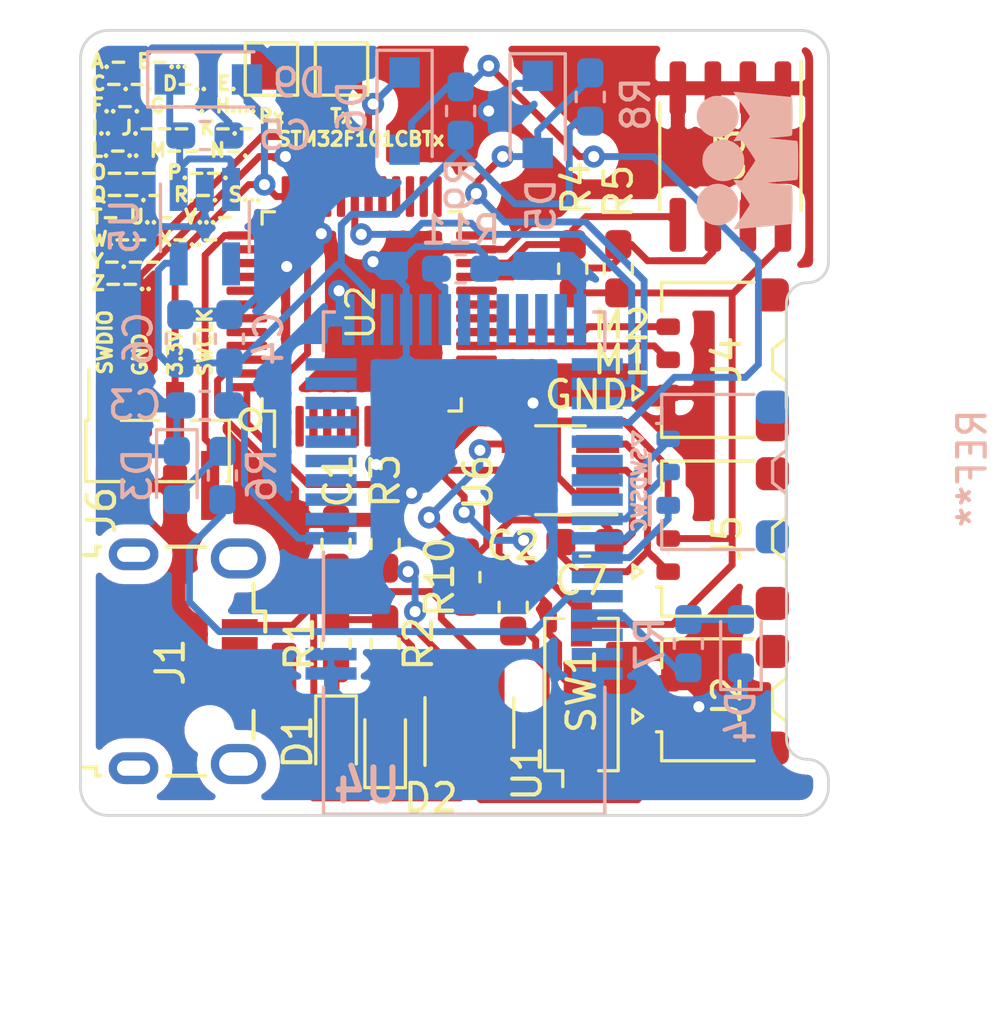
<source format=kicad_pcb>
(kicad_pcb (version 20171130) (host pcbnew "(5.1.5)-3")
  (layers (0 F.Cu signal) (31 B.Cu signal) (34 B.Paste user hide) (35 F.Paste user hide) (36 B.SilkS user) (37 F.SilkS user) (38 B.Mask user hide) (39 F.Mask user hide) (44 Edge.Cuts user))
  (net 0 "")
  (net 1 /STAT)
  (net 2 GND)
  (net 3 /VBAT)
  (net 4 /VCC)
  (net 5 /PROG)
  (net 6 "Net-(U2-Pad1)")
  (net 7 "Net-(U2-Pad2)")
  (net 8 "Net-(U2-Pad3)")
  (net 9 "Net-(U2-Pad4)")
  (net 10 "Net-(U2-Pad5)")
  (net 11 "Net-(U2-Pad6)")
  (net 12 "Net-(U2-Pad7)")
  (net 13 "Net-(U2-Pad11)")
  (net 14 "Net-(U2-Pad12)")
  (net 15 "Net-(U2-Pad13)")
  (net 16 "Net-(U2-Pad14)")
  (net 17 "Net-(U2-Pad15)")
  (net 18 "Net-(U2-Pad18)")
  (net 19 "Net-(U2-Pad19)")
  (net 20 "Net-(U2-Pad20)")
  (net 21 /SCL)
  (net 22 /SDA)
  (net 23 "Net-(U2-Pad25)")
  (net 24 "Net-(U2-Pad26)")
  (net 25 "Net-(U2-Pad27)")
  (net 26 "Net-(U2-Pad28)")
  (net 27 "Net-(U2-Pad29)")
  (net 28 "Net-(U2-Pad32)")
  (net 29 "Net-(U2-Pad33)")
  (net 30 /SWDIO)
  (net 31 /SWCLK)
  (net 32 "Net-(U2-Pad38)")
  (net 33 "Net-(U2-Pad39)")
  (net 34 "Net-(U2-Pad40)")
  (net 35 "Net-(U2-Pad41)")
  (net 36 "Net-(U2-Pad42)")
  (net 37 "Net-(U2-Pad43)")
  (net 38 "Net-(U2-Pad44)")
  (net 39 "Net-(U2-Pad45)")
  (net 40 "Net-(U2-Pad46)")
  (net 41 "Net-(D2-Pad2)")
  (net 42 /Tx)
  (net 43 /Rx)
  (net 44 /Motor1)
  (net 45 /Motor2)
  (net 46 /MainSwitch)
  (net 47 3.3V)
  (net 48 /CTS_3V)
  (net 49 /MODE_3V)
  (net 50 /DFU_3V)
  (net 51 /MODE_LED)
  (net 52 /CONNECTED_LED)
  (net 53 /SWDIO/RST_3V)
  (net 54 /FCTRYRST_3V)
  (net 55 DEC2)
  (net 56 DCC)
  (net 57 /TXD_3V)
  (net 58 "Net-(C5-Pad1)")
  (net 59 "Net-(D1-Pad1)")
  (net 60 "Net-(J1-Pad6)")
  (net 61 "Net-(J1-Pad4)")
  (net 62 "Net-(J1-Pad3)")
  (net 63 "Net-(J1-Pad2)")
  (net 64 "Net-(U4-Pad40)")
  (net 65 "Net-(U4-Pad37)")
  (net 66 "Net-(U4-Pad33)")
  (net 67 "Net-(U4-Pad32)")
  (net 68 "Net-(U4-Pad31)")
  (net 69 "Net-(U4-Pad30)")
  (net 70 /RTS_O)
  (net 71 "Net-(U4-Pad23)")
  (net 72 "Net-(U4-Pad22)")
  (net 73 "Net-(U4-Pad21)")
  (net 74 "Net-(U4-Pad20)")
  (net 75 "Net-(U4-Pad19)")
  (net 76 "Net-(U4-Pad17)")
  (net 77 "Net-(U4-Pad12)")
  (net 78 "Net-(U4-Pad11)")
  (net 79 "Net-(U4-Pad10)")
  (net 80 "Net-(U4-Pad9)")
  (net 81 "Net-(U4-Pad8)")
  (net 82 "Net-(U4-Pad7)")
  (net 83 "Net-(U4-Pad6)")
  (net 84 "Net-(U4-Pad5)")
  (net 85 "Net-(U4-Pad4)")
  (net 86 "Net-(U5-Pad4)")
  (net 87 /TOG-AHLB)
  (net 88 /SWCLK-BLE)
  (net 89 /VBAT-IN)
  (net 90 "Net-(D3-Pad2)")
  (net 91 "Net-(D4-Pad2)")
  (net 92 /TouchPad)
  (module Connector_JST:JST_ACH_BM03B-ACHSS-GAN-ETF_1x03-1MP_P1.20mm_Vertical (layer F.Cu) (at 108.839 132.08 90)
    (fp_text reference J5 (at 0 0.254 90) (layer F.SilkS))
    (fp_text value Conn_01x03)
    (pad MP smd roundrect (at 2.35 1.9 90) (size 1.2 1.2) (layers F.Cu F.Paste F.Mask))
    (pad MP smd roundrect (at -2.35 1.9 90) (size 1.2 1.2) (layers F.Cu F.Paste F.Mask))
    (pad 3 smd roundrect (at 1.2 -1.875 90) (size 0.6 0.85) (layers F.Cu F.Paste F.Mask) (net 46 /MainSwitch))
    (pad 2 smd roundrect (at 0 -1.875 90) (size 0.6 0.85) (layers F.Cu F.Paste F.Mask) (net 3 /VBAT))
    (pad 1 smd roundrect (at -1.2 -1.875 90) (size 0.6 0.85) (layers F.Cu F.Paste F.Mask) (net 92 /TouchPad))
  )
  (module Capacitor_SMD:C_0603_1608Metric_Pad1.05x0.95mm_HandSolder (layer F.Cu) (at 103.9495 132.207)
    (fp_text reference C7 (at -0.127 1.397) (layer F.SilkS))
    (fp_text value 22pF hide)
    (pad 2 smd roundrect (at 0.875 0) (size 1.05 0.95) (layers F.Cu F.Paste F.Mask) (net 2 GND))
    (pad 1 smd roundrect (at -0.875 0) (size 1.05 0.95) (layers F.Cu F.Paste F.Mask) (net 92 /TouchPad))
  )
  (module Resistor_SMD:R_0603_1608Metric_Pad1.05x0.95mm_HandSolder (layer F.Cu) (at 99.6315 133.477 270)
    (fp_text reference R10 (at 0 0.9525 90) (layer F.SilkS))
    (fp_text value 1K hide)
    (pad 1 smd roundrect (at -0.875 0 270) (size 1.05 0.95) (layers F.Cu F.Paste F.Mask) (net 87 /TOG-AHLB))
    (pad 2 smd roundrect (at 0.875 0 270) (size 1.05 0.95) (layers F.Cu F.Paste F.Mask) (net 2 GND))
  )
  (module Package_TO_SOT_SMD:SOT-23-6_Handsoldering (layer F.Cu) (at 103.0605 129.6035 180)
    (fp_text reference U6 (at 2.9845 -0.4445 270) (layer F.SilkS))
    (fp_text value AT42QT1010-TSHR)
    (pad 5 smd rect (at 1.35 0 180) (size 1.56 0.65) (layers F.Cu F.Paste F.Mask) (net 3 /VBAT))
    (pad 6 smd rect (at 1.35 -0.95 180) (size 1.56 0.65) (layers F.Cu F.Paste F.Mask) (net 87 /TOG-AHLB))
    (pad 4 smd rect (at 1.35 0.95 180) (size 1.56 0.65) (layers F.Cu F.Paste F.Mask) (net 87 /TOG-AHLB))
    (pad 3 smd rect (at -1.35 0.95 180) (size 1.56 0.65) (layers F.Cu F.Paste F.Mask) (net 92 /TouchPad))
    (pad 2 smd rect (at -1.35 0 180) (size 1.56 0.65) (layers F.Cu F.Paste F.Mask) (net 2 GND))
    (pad 1 smd rect (at -1.35 -0.95 180) (size 1.56 0.65) (layers F.Cu F.Paste F.Mask) (net 46 /MainSwitch))
  )
  (module Connector_PinHeader_1.27mm:PinHeader_1x04_P1.27mm_Vertical_SMD_Pin1Right (layer F.Cu) (at 88.4555 128.905 90)
    (fp_text reference J6 (at -2.159 -2.032 90) (layer F.SilkS))
    (fp_text value Conn_01x04_Female)
    (pad 3 smd rect (at 1.25 0.635 90) (size 2.5 0.65) (layers F.Cu F.Paste F.Mask) (net 3 /VBAT))
    (pad 1 smd rect (at 1.25 -1.905 90) (size 2.5 0.65) (layers F.Cu F.Paste F.Mask) (net 30 /SWDIO))
    (pad 4 smd rect (at -1.25 1.905 90) (size 2.5 0.65) (layers F.Cu F.Paste F.Mask) (net 31 /SWCLK))
    (pad 2 smd rect (at -1.25 -0.635 90) (size 2.5 0.65) (layers F.Cu F.Paste F.Mask) (net 2 GND))
  )
  (module Button_Switch_SMD:SW_DIP_SPSTx01_Slide_Copal_CHS-01A_W5.08mm_P1.27mm_JPin (layer F.Cu) (at 103.8225 137.7315 90)
    (fp_text reference SW1 (at 0.127 0 90) (layer F.SilkS))
    (fp_text value SW_DIP_x01)
    (pad 2 smd rect (at 2.54 0 90) (size 1.6 0.76) (layers F.Cu F.Paste F.Mask) (net 3 /VBAT))
    (pad 1 smd rect (at -2.54 0 90) (size 1.6 0.76) (layers F.Cu F.Paste F.Mask) (net 89 /VBAT-IN))
  )
  (module Resistor_SMD:R_0603_1608Metric_Pad1.05x0.95mm_HandSolder (layer B.Cu) (at 99.441 122.301)
    (fp_text reference R11 (at 0 -1.397) (layer B.SilkS) (effects (justify mirror)))
    (fp_text value 2K)
    (pad 1 smd roundrect (at -0.875 0) (size 1.05 0.95) (layers B.Cu B.Paste B.Mask) (net 49 /MODE_3V))
    (pad 2 smd roundrect (at 0.875 0) (size 1.05 0.95) (layers B.Cu B.Paste B.Mask) (net 2 GND))
  )
  (module TestPoint:TestPoint_Pad_1.5x1.5mm (layer F.Cu) (at 92.583 115.062)
    (fp_text reference Rx (at 0 1.7145 180) (layer F.SilkS) (effects (font (size 0.5 0.5) (thickness 0.125))))
    (fp_text value TestPoint_Pad_1.5x1.5mm)
    (pad 1 smd rect (at 0 0) (size 1.5 1.5) (layers F.Cu F.Mask) (net 43 /Rx))
  )
  (module TestPoint:TestPoint_Pad_1.5x1.5mm (layer F.Cu) (at 95.123 115.062)
    (fp_text reference Tx (at 0 1.7145) (layer F.SilkS) (effects (font (size 0.5 0.5) (thickness 0.125))))
    (fp_text value TestPoint_Pad_1.5x1.5mm)
    (pad 1 smd rect (at 0 0) (size 1.5 1.5) (layers F.Cu F.Mask) (net 42 /Tx))
  )
  (module Connector_JST:JST_ACH_BM03B-ACHSS-GAN-ETF_1x03-1MP_P1.20mm_Vertical (layer B.Cu) (at 108.839 129.667 270)
    (fp_text reference REF** (at -0.127 -9.144 90) (layer B.SilkS) (effects (justify mirror)))
    (fp_text value JST_ACH_BM03B-ACHSS-GAN-ETF_1x03-1MP_P1.20mm_Vertical)
    (pad MP smd roundrect (at 2.35 -1.9 270) (size 1.2 1.2) (layers B.Cu B.Paste B.Mask))
    (pad MP smd roundrect (at -2.35 -1.9 270) (size 1.2 1.2) (layers B.Cu B.Paste B.Mask))
    (pad 3 smd roundrect (at 1.2 1.875 270) (size 0.6 0.85) (layers B.Cu B.Paste B.Mask) (net 88 /SWCLK-BLE))
    (pad 2 smd roundrect (at 0 1.875 270) (size 0.6 0.85) (layers B.Cu B.Paste B.Mask) (net 53 /SWDIO/RST_3V))
    (pad 1 smd roundrect (at -1.2 1.875 270) (size 0.6 0.85) (layers B.Cu B.Paste B.Mask) (net 54 /FCTRYRST_3V))
  )
  (module Connector_JST:JST_ACH_BM03B-ACHSS-GAN-ETF_1x03-1MP_P1.20mm_Vertical (layer F.Cu) (at 108.839 125.603 90)
    (fp_text reference J4 (at 0 0.254 90) (layer F.SilkS))
    (fp_text value Conn_01x03)
    (pad 1 smd roundrect (at -1.2 -1.875 90) (size 0.6 0.85) (layers F.Cu F.Paste F.Mask) (net 2 GND))
    (pad 2 smd roundrect (at 0 -1.875 90) (size 0.6 0.85) (layers F.Cu F.Paste F.Mask) (net 44 /Motor1))
    (pad 3 smd roundrect (at 1.2 -1.875 90) (size 0.6 0.85) (layers F.Cu F.Paste F.Mask) (net 45 /Motor2))
    (pad MP smd roundrect (at -2.35 1.9 90) (size 1.2 1.2) (layers F.Cu F.Paste F.Mask))
    (pad MP smd roundrect (at 2.35 1.9 90) (size 1.2 1.2) (layers F.Cu F.Paste F.Mask))
  )
  (module Package_TO_SOT_SMD:SOT-23-5_HandSoldering (layer B.Cu) (at 90.17 120.777 270)
    (fp_text reference U5 (at 0 2.9 270) (layer B.SilkS) (effects (justify mirror)))
    (fp_text value MIC5225-3.3)
    (pad 5 smd rect (at 1.35 0.95 270) (size 1.56 0.65) (layers B.Cu B.Paste B.Mask) (net 47 3.3V))
    (pad 4 smd rect (at 1.35 -0.95 270) (size 1.56 0.65) (layers B.Cu B.Paste B.Mask) (net 86 "Net-(U5-Pad4)"))
    (pad 3 smd rect (at -1.35 -0.95 270) (size 1.56 0.65) (layers B.Cu B.Paste B.Mask) (net 58 "Net-(C5-Pad1)"))
    (pad 2 smd rect (at -1.35 0 270) (size 1.56 0.65) (layers B.Cu B.Paste B.Mask) (net 2 GND))
    (pad 1 smd rect (at -1.35 0.95 270) (size 1.56 0.65) (layers B.Cu B.Paste B.Mask) (net 58 "Net-(C5-Pad1)"))
  )
  (module Diode_SMD:D_SOD-123F (layer B.Cu) (at 97.409 116.586 270)
    (fp_text reference D6 (at -0.127 1.905 90) (layer B.SilkS) (effects (justify mirror)))
    (fp_text value 1N4148)
    (pad 1 smd rect (at -1.4 0 270) (size 1.1 1.1) (layers B.Cu B.Paste B.Mask) (net 42 /Tx))
    (pad 2 smd rect (at 1.4 0 270) (size 1.1 1.1) (layers B.Cu B.Paste B.Mask) (net 57 /TXD_3V))
  )
  (module Diode_SMD:D_SOD-123F (layer B.Cu) (at 102.235 116.71 270)
    (fp_text reference D5 (at 3.305 -0.127 90) (layer B.SilkS) (effects (justify mirror)))
    (fp_text value 1N4148)
    (pad 1 smd rect (at -1.4 0 270) (size 1.1 1.1) (layers B.Cu B.Paste B.Mask) (net 2 GND))
    (pad 2 smd rect (at 1.4 0 270) (size 1.1 1.1) (layers B.Cu B.Paste B.Mask) (net 48 /CTS_3V))
  )
  (module Diode_SMD:D_SOD-123F (layer B.Cu) (at 90.297 115.443)
    (fp_text reference D9 (at 3.302 0.127) (layer B.SilkS) (effects (justify mirror)))
    (fp_text value MBR120)
    (pad 1 smd rect (at -1.4 0) (size 1.1 1.1) (layers B.Cu B.Paste B.Mask) (net 58 "Net-(C5-Pad1)"))
    (pad 2 smd rect (at 1.4 0) (size 1.1 1.1) (layers B.Cu B.Paste B.Mask) (net 3 /VBAT))
  )
  (module Connector_JST:JST_ACH_BM02B-ACHSS-GAN-ETF_1x02-1MP_P1.20mm_Vertical (layer F.Cu) (at 108.839 137.922 90)
    (fp_text reference J2 (at 0 0.254 90) (layer F.SilkS))
    (fp_text value "Conn_01x02_Male LiPo Battery")
    (pad MP smd roundrect (at 1.75 1.9 90) (size 1.2 1.2) (layers F.Cu F.Paste F.Mask))
    (pad MP smd roundrect (at -1.75 1.9 90) (size 1.2 1.2) (layers F.Cu F.Paste F.Mask))
    (pad 2 smd roundrect (at 0.6 -1.875 90) (size 0.6 0.85) (layers F.Cu F.Paste F.Mask) (net 2 GND))
    (pad 1 smd roundrect (at -0.6 -1.875 90) (size 0.6 0.85) (layers F.Cu F.Paste F.Mask) (net 89 /VBAT-IN))
  )
  (module Resistor_SMD:R_0603_1608Metric_Pad1.05x0.95mm_HandSolder (layer B.Cu) (at 99.441 116.586 270)
    (fp_text reference R9 (at 2.667 0 90) (layer B.SilkS) (effects (justify mirror)))
    (fp_text value 100K)
    (pad 2 smd roundrect (at 0.875 0 270) (size 1.05 0.95) (layers B.Cu B.Paste B.Mask) (net 47 3.3V))
    (pad 1 smd roundrect (at -0.875 0 270) (size 1.05 0.95) (layers B.Cu B.Paste B.Mask) (net 57 /TXD_3V))
  )
  (module Resistor_SMD:R_0603_1608Metric_Pad1.05x0.95mm_HandSolder (layer B.Cu) (at 104.14 116.078 270)
    (fp_text reference R8 (at 0.254 -1.651 90) (layer B.SilkS) (effects (justify mirror)))
    (fp_text value 100K)
    (pad 1 smd roundrect (at -0.875 0 270) (size 1.05 0.95) (layers B.Cu B.Paste B.Mask) (net 48 /CTS_3V))
    (pad 2 smd roundrect (at 0.875 0 270) (size 1.05 0.95) (layers B.Cu B.Paste B.Mask) (net 47 3.3V))
  )
  (module Resistor_SMD:R_0603_1608Metric_Pad1.05x0.95mm_HandSolder (layer B.Cu) (at 107.696 135.89 90)
    (fp_text reference R7 (at 0 -1.397 90) (layer B.SilkS) (effects (justify mirror)))
    (fp_text value 1K)
    (pad 2 smd roundrect (at 0.875 0 90) (size 1.05 0.95) (layers B.Cu B.Paste B.Mask) (net 91 "Net-(D4-Pad2)"))
    (pad 1 smd roundrect (at -0.875 0 90) (size 1.05 0.95) (layers B.Cu B.Paste B.Mask) (net 52 /CONNECTED_LED))
  )
  (module Resistor_SMD:R_0603_1608Metric_Pad1.05x0.95mm_HandSolder (layer B.Cu) (at 90.805 129.794 90)
    (fp_text reference R6 (at 0 1.43 90) (layer B.SilkS) (effects (justify mirror)))
    (fp_text value 1K)
    (pad 1 smd roundrect (at -0.875 0 90) (size 1.05 0.95) (layers B.Cu B.Paste B.Mask) (net 51 /MODE_LED))
    (pad 2 smd roundrect (at 0.875 0 90) (size 1.05 0.95) (layers B.Cu B.Paste B.Mask) (net 90 "Net-(D3-Pad2)"))
  )
  (module Capacitor_SMD:C_0603_1608Metric_Pad1.05x0.95mm_HandSolder (layer B.Cu) (at 90.17 127.254 180)
    (fp_text reference C3 (at 2.54 0) (layer B.SilkS) (effects (justify mirror)))
    (fp_text value 1uF)
    (pad 2 smd roundrect (at 0.875 0 180) (size 1.05 0.95) (layers B.Cu B.Paste B.Mask) (net 2 GND))
    (pad 1 smd roundrect (at -0.875 0 180) (size 1.05 0.95) (layers B.Cu B.Paste B.Mask) (net 47 3.3V))
  )
  (module Capacitor_SMD:C_0603_1608Metric_Pad1.05x0.95mm_HandSolder (layer B.Cu) (at 89.281 124.841 90)
    (fp_text reference C6 (at 0 -1.524 90) (layer B.SilkS) (effects (justify mirror)))
    (fp_text value 10uF)
    (pad 2 smd roundrect (at 0.875 0 90) (size 1.05 0.95) (layers B.Cu B.Paste B.Mask) (net 2 GND))
    (pad 1 smd roundrect (at -0.875 0 90) (size 1.05 0.95) (layers B.Cu B.Paste B.Mask) (net 47 3.3V))
  )
  (module Capacitor_SMD:C_0603_1608Metric_Pad1.05x0.95mm_HandSolder (layer B.Cu) (at 91.059 124.841 90)
    (fp_text reference C4 (at 0 1.43 90) (layer B.SilkS) (effects (justify mirror)))
    (fp_text value 1uF)
    (pad 2 smd roundrect (at 0.875 0 90) (size 1.05 0.95) (layers B.Cu B.Paste B.Mask) (net 2 GND))
    (pad 1 smd roundrect (at -0.875 0 90) (size 1.05 0.95) (layers B.Cu B.Paste B.Mask) (net 47 3.3V))
  )
  (module Capacitor_SMD:C_0603_1608Metric_Pad1.05x0.95mm_HandSolder (layer B.Cu) (at 90.17 117.475)
    (fp_text reference C5 (at 2.921 0) (layer B.SilkS) (effects (justify mirror)))
    (fp_text value 10uF)
    (pad 2 smd roundrect (at 0.875 0) (size 1.05 0.95) (layers B.Cu B.Paste B.Mask) (net 2 GND))
    (pad 1 smd roundrect (at -0.875 0) (size 1.05 0.95) (layers B.Cu B.Paste B.Mask) (net 58 "Net-(C5-Pad1)"))
  )
  (module Diode_SMD:D_0603_1608Metric_Pad1.05x0.95mm_HandSolder (layer B.Cu) (at 109.601 135.89 90)
    (fp_text reference D4 (at -2.667 0 90) (layer B.SilkS) (effects (justify mirror)))
    (fp_text value "LED BLUE")
    (pad 2 smd roundrect (at 0.875 0 90) (size 1.05 0.95) (layers B.Cu B.Paste B.Mask) (net 91 "Net-(D4-Pad2)"))
    (pad 1 smd roundrect (at -0.875 0 90) (size 1.05 0.95) (layers B.Cu B.Paste B.Mask) (net 2 GND))
  )
  (module Diode_SMD:D_0603_1608Metric_Pad1.05x0.95mm_HandSolder (layer B.Cu) (at 89.154 129.794 270)
    (fp_text reference D3 (at 0 1.43 90) (layer B.SilkS) (effects (justify mirror)))
    (fp_text value "LED RED")
    (pad 2 smd roundrect (at 0.875 0 270) (size 1.05 0.95) (layers B.Cu B.Paste B.Mask) (net 90 "Net-(D3-Pad2)"))
    (pad 1 smd roundrect (at -0.875 0 270) (size 1.05 0.95) (layers B.Cu B.Paste B.Mask) (net 2 GND))
  )
  (module BLE_MODULE_RAYTAC_MDBT40 (layer B.Cu) (at 99.568 132.969)
    (fp_text reference U4 (at -4.866 8.763) (layer B.SilkS) (effects (font (size 1.2065 1.2065) (thickness 0.21717)) (justify right bottom mirror)))
    (fp_text value NRF51822_MODULE_MDBT40)
    (pad "" np_thru_hole circle (at 2.2 4.45) (size 0.9 0.9) (drill 0.9) (layers *.Cu *.Mask))
    (pad 42 smd rect (at 4.825 4) (size 1.85 0.45) (layers B.Cu B.Paste B.Mask) (net 2 GND))
    (pad 41 smd rect (at 4.825 3.3) (size 1.85 0.45) (layers B.Cu B.Paste B.Mask) (net 55 DEC2))
    (pad 40 smd rect (at 4.825 2.6) (size 1.85 0.45) (layers B.Cu B.Paste B.Mask) (net 64 "Net-(U4-Pad40)"))
    (pad 39 smd rect (at 4.825 1.9) (size 1.85 0.45) (layers B.Cu B.Paste B.Mask) (net 52 /CONNECTED_LED))
    (pad 38 smd rect (at 4.825 1.2) (size 1.85 0.45) (layers B.Cu B.Paste B.Mask) (net 51 /MODE_LED))
    (pad 37 smd rect (at 4.825 0.5) (size 1.85 0.45) (layers B.Cu B.Paste B.Mask) (net 65 "Net-(U4-Pad37)"))
    (pad 36 smd rect (at 4.825 -0.2) (size 1.85 0.45) (layers B.Cu B.Paste B.Mask) (net 88 /SWCLK-BLE))
    (pad 35 smd rect (at 4.825 -0.9) (size 1.85 0.45) (layers B.Cu B.Paste B.Mask) (net 53 /SWDIO/RST_3V))
    (pad 34 smd rect (at 4.825 -1.6) (size 1.85 0.45) (layers B.Cu B.Paste B.Mask) (net 54 /FCTRYRST_3V))
    (pad 33 smd rect (at 4.825 -2.3) (size 1.85 0.45) (layers B.Cu B.Paste B.Mask) (net 66 "Net-(U4-Pad33)"))
    (pad 32 smd rect (at 4.825 -3) (size 1.85 0.45) (layers B.Cu B.Paste B.Mask) (net 67 "Net-(U4-Pad32)"))
    (pad 31 smd rect (at 4.825 -3.7) (size 1.85 0.45) (layers B.Cu B.Paste B.Mask) (net 68 "Net-(U4-Pad31)"))
    (pad 30 smd rect (at 4.825 -4.4) (size 1.85 0.45) (layers B.Cu B.Paste B.Mask) (net 69 "Net-(U4-Pad30)"))
    (pad 29 smd rect (at 4.825 -5.1) (size 1.85 0.45) (layers B.Cu B.Paste B.Mask) (net 57 /TXD_3V))
    (pad 28 smd rect (at 4.825 -5.8) (size 1.85 0.45) (layers B.Cu B.Paste B.Mask) (net 48 /CTS_3V))
    (pad 27 smd rect (at 4.825 -6.5) (size 1.85 0.45) (layers B.Cu B.Paste B.Mask) (net 43 /Rx))
    (pad 26 smd rect (at 4.825 -7.2) (size 1.85 0.45) (layers B.Cu B.Paste B.Mask) (net 70 /RTS_O))
    (pad 25 smd rect (at 4.2 -8.825 270) (size 1.85 0.45) (layers B.Cu B.Paste B.Mask) (net 2 GND))
    (pad 24 smd rect (at 3.5 -8.825 270) (size 1.85 0.45) (layers B.Cu B.Paste B.Mask) (net 50 /DFU_3V))
    (pad 23 smd rect (at 2.8 -8.825 270) (size 1.85 0.45) (layers B.Cu B.Paste B.Mask) (net 71 "Net-(U4-Pad23)"))
    (pad 22 smd rect (at 2.1 -8.825 270) (size 1.85 0.45) (layers B.Cu B.Paste B.Mask) (net 72 "Net-(U4-Pad22)"))
    (pad 21 smd rect (at 1.4 -8.825 270) (size 1.85 0.45) (layers B.Cu B.Paste B.Mask) (net 73 "Net-(U4-Pad21)"))
    (pad 20 smd rect (at 0.7 -8.825 270) (size 1.85 0.45) (layers B.Cu B.Paste B.Mask) (net 74 "Net-(U4-Pad20)"))
    (pad 19 smd rect (at 0 -8.825 270) (size 1.85 0.45) (layers B.Cu B.Paste B.Mask) (net 75 "Net-(U4-Pad19)"))
    (pad 18 smd rect (at -0.7 -8.825 270) (size 1.85 0.45) (layers B.Cu B.Paste B.Mask) (net 49 /MODE_3V))
    (pad 17 smd rect (at -1.4 -8.825 270) (size 1.85 0.45) (layers B.Cu B.Paste B.Mask) (net 76 "Net-(U4-Pad17)"))
    (pad 16 smd rect (at -2.1 -8.825 270) (size 1.85 0.45) (layers B.Cu B.Paste B.Mask) (net 2 GND))
    (pad 15 smd rect (at -2.8 -8.825 270) (size 1.85 0.45) (layers B.Cu B.Paste B.Mask) (net 56 DCC))
    (pad 14 smd rect (at -3.5 -8.825 270) (size 1.85 0.45) (layers B.Cu B.Paste B.Mask) (net 47 3.3V))
    (pad 13 smd rect (at -4.2 -8.825 270) (size 1.85 0.45) (layers B.Cu B.Paste B.Mask) (net 2 GND))
    (pad 12 smd rect (at -4.825 -7.2) (size 1.85 0.45) (layers B.Cu B.Paste B.Mask) (net 77 "Net-(U4-Pad12)"))
    (pad 11 smd rect (at -4.825 -6.5) (size 1.85 0.45) (layers B.Cu B.Paste B.Mask) (net 78 "Net-(U4-Pad11)"))
    (pad 10 smd rect (at -4.825 -5.8) (size 1.85 0.45) (layers B.Cu B.Paste B.Mask) (net 79 "Net-(U4-Pad10)"))
    (pad 9 smd rect (at -4.825 -5.1) (size 1.85 0.45) (layers B.Cu B.Paste B.Mask) (net 80 "Net-(U4-Pad9)"))
    (pad 8 smd rect (at -4.825 -4.4) (size 1.85 0.45) (layers B.Cu B.Paste B.Mask) (net 81 "Net-(U4-Pad8)"))
    (pad 7 smd rect (at -4.825 -3.7) (size 1.85 0.45) (layers B.Cu B.Paste B.Mask) (net 82 "Net-(U4-Pad7)"))
    (pad 6 smd rect (at -4.825 -3) (size 1.85 0.45) (layers B.Cu B.Paste B.Mask) (net 83 "Net-(U4-Pad6)"))
    (pad 5 smd rect (at -4.825 -2.3) (size 1.85 0.45) (layers B.Cu B.Paste B.Mask) (net 84 "Net-(U4-Pad5)"))
    (pad 4 smd rect (at -4.825 -1.6) (size 1.85 0.45) (layers B.Cu B.Paste B.Mask) (net 85 "Net-(U4-Pad4)"))
    (pad 3 smd rect (at -4.825 -0.9) (size 1.85 0.45) (layers B.Cu B.Paste B.Mask) (net 47 3.3V))
    (pad 2 smd rect (at -4.825 3.3) (size 1.85 0.45) (layers B.Cu B.Paste B.Mask) (net 2 GND))
    (pad 1 smd rect (at -4.825 4) (size 1.85 0.45) (layers B.Cu B.Paste B.Mask) (net 2 GND))
  )
  (module Connector_USB:USB_Micro-B_Wuerth_629105150521 (layer F.Cu) (at 89.535 136.525 270)
    (fp_text reference J1 (at 0.03048 0.61976 90) (layer F.SilkS))
    (fp_text value USB_B_Micro hide)
    (pad "" np_thru_hole oval (at 2.5 -0.8 270) (size 0.8 0.8) (drill 0.8) (layers *.Cu *.Mask))
    (pad "" np_thru_hole oval (at -2.5 -0.8 270) (size 0.8 0.8) (drill 0.8) (layers *.Cu *.Mask))
    (pad 6 thru_hole oval (at 3.875 1.95 270) (size 1.15 1.8) (drill oval 0.55 1.2) (layers *.Cu *.Mask) (net 60 "Net-(J1-Pad6)"))
    (pad 6 thru_hole oval (at -3.875 1.95 270) (size 1.15 1.8) (drill oval 0.55 1.2) (layers *.Cu *.Mask) (net 60 "Net-(J1-Pad6)"))
    (pad 6 thru_hole oval (at 3.725 -1.85 270) (size 1.45 2) (drill oval 0.85 1.4) (layers *.Cu *.Mask) (net 60 "Net-(J1-Pad6)"))
    (pad 6 thru_hole oval (at -3.725 -1.85 270) (size 1.45 2) (drill oval 0.85 1.4) (layers *.Cu *.Mask) (net 60 "Net-(J1-Pad6)"))
    (pad 5 smd rect (at 1.3 -1.9 270) (size 0.45 1.3) (layers F.Cu F.Paste F.Mask) (net 2 GND))
    (pad 4 smd rect (at 0.65 -1.9 270) (size 0.45 1.3) (layers F.Cu F.Paste F.Mask) (net 61 "Net-(J1-Pad4)"))
    (pad 3 smd rect (at 0 -1.9 270) (size 0.45 1.3) (layers F.Cu F.Paste F.Mask) (net 62 "Net-(J1-Pad3)"))
    (pad 2 smd rect (at -0.65 -1.9 270) (size 0.45 1.3) (layers F.Cu F.Paste F.Mask) (net 63 "Net-(J1-Pad2)"))
    (pad 1 smd rect (at -1.3 -1.9 270) (size 0.45 1.3) (layers F.Cu F.Paste F.Mask) (net 4 /VCC))
  )
  (module Capacitor_SMD:C_0603_1608Metric_Pad1.05x0.95mm_HandSolder (layer F.Cu) (at 101.346 134.5565 90)
    (fp_text reference C2 (at 2.2225 0 180) (layer F.SilkS))
    (fp_text value "C 10uf" hide)
    (pad 1 smd roundrect (at -0.875 0 90) (size 1.05 0.95) (layers F.Cu F.Paste F.Mask) (net 89 /VBAT-IN))
    (pad 2 smd roundrect (at 0.875 0 90) (size 1.05 0.95) (layers F.Cu F.Paste F.Mask) (net 2 GND))
  )
  (module Resistor_SMD:R_0603_1608Metric_Pad1.05x0.95mm_HandSolder (layer F.Cu) (at 96.70488 132.27682 90)
    (fp_text reference R3 (at 2.29232 0.00562 90) (layer F.SilkS))
    (fp_text value "R 10K" hide)
    (pad 2 smd roundrect (at 0.875 0 90) (size 1.05 0.95) (layers F.Cu F.Paste F.Mask) (net 2 GND))
    (pad 1 smd roundrect (at -0.875 0 90) (size 1.05 0.95) (layers F.Cu F.Paste F.Mask) (net 5 /PROG))
  )
  (module Symbol:ThreeBrotherLogo5.2x4.0-v1.0_BackSilkScreen (layer F.Cu) (at 109.855 118.364 90)
    (fp_text reference G*** hide)
    (fp_text value LOGO hide)
  )
  (module Capacitor_SMD:C_0603_1608Metric_Pad1.05x0.95mm_HandSolder (layer F.Cu) (at 94.92488 132.27682 90)
    (fp_text reference C1 (at 2.29232 0.07112 90) (layer F.SilkS))
    (fp_text value "C 10uf" hide)
    (pad 2 smd roundrect (at 0.875 0 90) (size 1.05 0.95) (layers F.Cu F.Paste F.Mask) (net 2 GND))
    (pad 1 smd roundrect (at -0.875 0 90) (size 1.05 0.95) (layers F.Cu F.Paste F.Mask) (net 4 /VCC))
  )
  (module LED_SMD:LED_0603_1608Metric_Pad1.05x0.95mm_HandSolder (layer F.Cu) (at 94.92488 139.446 270)
    (fp_text reference D1 (at 0 1.38938 90) (layer F.SilkS))
    (fp_text value "LED RED" hide)
    (pad 1 smd roundrect (at -0.875 0 270) (size 1.05 0.95) (layers F.Cu F.Paste F.Mask) (net 59 "Net-(D1-Pad1)"))
    (pad 2 smd roundrect (at 0.875 0 270) (size 1.05 0.95) (layers F.Cu F.Paste F.Mask) (net 4 /VCC))
  )
  (module LED_SMD:LED_0603_1608Metric_Pad1.05x0.95mm_HandSolder (layer F.Cu) (at 96.70488 139.446 90)
    (fp_text reference D2 (at -2.032 1.65662) (layer F.SilkS))
    (fp_text value "LED GREEN" hide)
    (pad 2 smd roundrect (at 0.875 0 90) (size 1.05 0.95) (layers F.Cu F.Paste F.Mask) (net 41 "Net-(D2-Pad2)"))
    (pad 1 smd roundrect (at -0.875 0 90) (size 1.05 0.95) (layers F.Cu F.Paste F.Mask) (net 2 GND))
  )
  (module Resistor_SMD:R_0603_1608Metric_Pad1.05x0.95mm_HandSolder (layer F.Cu) (at 103.505 122.301 90)
    (fp_text reference R5 (at 2.794 1.651 90) (layer F.SilkS))
    (fp_text value R hide)
    (pad 1 smd roundrect (at -0.875 0 90) (size 1.05 0.95) (layers F.Cu F.Paste F.Mask) (net 3 /VBAT))
    (pad 2 smd roundrect (at 0.875 0 90) (size 1.05 0.95) (layers F.Cu F.Paste F.Mask) (net 22 /SDA))
  )
  (module Resistor_SMD:R_0603_1608Metric_Pad1.05x0.95mm_HandSolder (layer F.Cu) (at 105.156 122.301 90)
    (fp_text reference R4 (at 2.921 -1.524 90) (layer F.SilkS))
    (fp_text value R hide)
    (pad 1 smd roundrect (at -0.875 0 90) (size 1.05 0.95) (layers F.Cu F.Paste F.Mask) (net 3 /VBAT))
    (pad 2 smd roundrect (at 0.875 0 90) (size 1.05 0.95) (layers F.Cu F.Paste F.Mask) (net 21 /SCL))
  )
  (module Resistor_SMD:R_0603_1608Metric_Pad1.05x0.95mm_HandSolder (layer F.Cu) (at 96.70488 135.89 90)
    (fp_text reference R2 (at 0 1.21212 90) (layer F.SilkS))
    (fp_text value R hide)
    (pad 1 smd roundrect (at -0.875 0 90) (size 1.05 0.95) (layers F.Cu F.Paste F.Mask) (net 41 "Net-(D2-Pad2)"))
    (pad 2 smd roundrect (at 0.875 0 90) (size 1.05 0.95) (layers F.Cu F.Paste F.Mask) (net 1 /STAT))
  )
  (module Resistor_SMD:R_0603_1608Metric_Pad1.05x0.95mm_HandSolder (layer F.Cu) (at 94.92488 135.89 90)
    (fp_text reference R1 (at 0 -1.32588 90) (layer F.SilkS))
    (fp_text value R hide)
    (pad 2 smd roundrect (at 0.875 0 90) (size 1.05 0.95) (layers F.Cu F.Paste F.Mask) (net 1 /STAT))
    (pad 1 smd roundrect (at -0.875 0 90) (size 1.05 0.95) (layers F.Cu F.Paste F.Mask) (net 59 "Net-(D1-Pad1)"))
  )
  (module Package_SO:SOIC-8_3.9x4.9mm_P1.27mm (layer F.Cu) (at 109.22 118.237 270)
    (fp_text reference U3 (at -0.0254 0 90) (layer F.SilkS))
    (fp_text value CAT24C256 hide)
    (pad 8 smd roundrect (at 2.475 -1.905 270) (size 1.95 0.6) (layers F.Cu F.Paste F.Mask) (net 3 /VBAT))
    (pad 7 smd roundrect (at 2.475 -0.635 270) (size 1.95 0.6) (layers F.Cu F.Paste F.Mask) (net 2 GND))
    (pad 6 smd roundrect (at 2.475 0.635 270) (size 1.95 0.6) (layers F.Cu F.Paste F.Mask) (net 21 /SCL))
    (pad 5 smd roundrect (at 2.475 1.905 270) (size 1.95 0.6) (layers F.Cu F.Paste F.Mask) (net 22 /SDA))
    (pad 4 smd roundrect (at -2.475 1.905 270) (size 1.95 0.6) (layers F.Cu F.Paste F.Mask) (net 2 GND))
    (pad 3 smd roundrect (at -2.475 0.635 270) (size 1.95 0.6) (layers F.Cu F.Paste F.Mask) (net 2 GND))
    (pad 2 smd roundrect (at -2.475 -0.635 270) (size 1.95 0.6) (layers F.Cu F.Paste F.Mask) (net 2 GND))
    (pad 1 smd roundrect (at -2.475 -1.905 270) (size 1.95 0.6) (layers F.Cu F.Paste F.Mask) (net 2 GND))
  )
  (module Package_TO_SOT_SMD:SOT-23-5_HandSoldering (layer F.Cu) (at 99.7585 138.7475 90)
    (fp_text reference U1 (at -1.8415 2.0955 90) (layer F.SilkS))
    (fp_text value MCP73831-2-OT hide)
    (pad 5 smd rect (at 1.35 -0.95 90) (size 1.56 0.65) (layers F.Cu F.Paste F.Mask) (net 5 /PROG))
    (pad 4 smd rect (at 1.35 0.95 90) (size 1.56 0.65) (layers F.Cu F.Paste F.Mask) (net 4 /VCC))
    (pad 3 smd rect (at -1.35 0.95 90) (size 1.56 0.65) (layers F.Cu F.Paste F.Mask) (net 89 /VBAT-IN))
    (pad 2 smd rect (at -1.35 0 90) (size 1.56 0.65) (layers F.Cu F.Paste F.Mask) (net 2 GND))
    (pad 1 smd rect (at -1.35 -0.95 90) (size 1.56 0.65) (layers F.Cu F.Paste F.Mask) (net 1 /STAT))
  )
  (module Package_QFP:LQFP-48_7x7mm_P0.5mm (layer F.Cu) (at 95.85452 123.84786 90)
    (fp_text reference U2 (at -0.04064 -0.03302 90) (layer F.SilkS) (effects (font (thickness 0.125))))
    (fp_text value STM32F101CBTx hide)
    (pad 48 smd roundrect (at -2.75 -4.1625 90) (size 0.3 1.475) (layers F.Cu F.Paste F.Mask) (net 3 /VBAT))
    (pad 47 smd roundrect (at -2.25 -4.1625 90) (size 0.3 1.475) (layers F.Cu F.Paste F.Mask) (net 2 GND))
    (pad 46 smd roundrect (at -1.75 -4.1625 90) (size 0.3 1.475) (layers F.Cu F.Paste F.Mask) (net 40 "Net-(U2-Pad46)"))
    (pad 45 smd roundrect (at -1.25 -4.1625 90) (size 0.3 1.475) (layers F.Cu F.Paste F.Mask) (net 39 "Net-(U2-Pad45)"))
    (pad 44 smd roundrect (at -0.75 -4.1625 90) (size 0.3 1.475) (layers F.Cu F.Paste F.Mask) (net 38 "Net-(U2-Pad44)"))
    (pad 43 smd roundrect (at -0.25 -4.1625 90) (size 0.3 1.475) (layers F.Cu F.Paste F.Mask) (net 37 "Net-(U2-Pad43)"))
    (pad 42 smd roundrect (at 0.25 -4.1625 90) (size 0.3 1.475) (layers F.Cu F.Paste F.Mask) (net 36 "Net-(U2-Pad42)"))
    (pad 41 smd roundrect (at 0.75 -4.1625 90) (size 0.3 1.475) (layers F.Cu F.Paste F.Mask) (net 35 "Net-(U2-Pad41)"))
    (pad 40 smd roundrect (at 1.25 -4.1625 90) (size 0.3 1.475) (layers F.Cu F.Paste F.Mask) (net 34 "Net-(U2-Pad40)"))
    (pad 39 smd roundrect (at 1.75 -4.1625 90) (size 0.3 1.475) (layers F.Cu F.Paste F.Mask) (net 33 "Net-(U2-Pad39)"))
    (pad 38 smd roundrect (at 2.25 -4.1625 90) (size 0.3 1.475) (layers F.Cu F.Paste F.Mask) (net 32 "Net-(U2-Pad38)"))
    (pad 37 smd roundrect (at 2.75 -4.1625 90) (size 0.3 1.475) (layers F.Cu F.Paste F.Mask) (net 31 /SWCLK))
    (pad 36 smd roundrect (at 4.1625 -2.75 90) (size 1.475 0.3) (layers F.Cu F.Paste F.Mask) (net 3 /VBAT))
    (pad 35 smd roundrect (at 4.1625 -2.25 90) (size 1.475 0.3) (layers F.Cu F.Paste F.Mask) (net 2 GND))
    (pad 34 smd roundrect (at 4.1625 -1.75 90) (size 1.475 0.3) (layers F.Cu F.Paste F.Mask) (net 30 /SWDIO))
    (pad 33 smd roundrect (at 4.1625 -1.25 90) (size 1.475 0.3) (layers F.Cu F.Paste F.Mask) (net 29 "Net-(U2-Pad33)"))
    (pad 32 smd roundrect (at 4.1625 -0.75 90) (size 1.475 0.3) (layers F.Cu F.Paste F.Mask) (net 28 "Net-(U2-Pad32)"))
    (pad 31 smd roundrect (at 4.1625 -0.25 90) (size 1.475 0.3) (layers F.Cu F.Paste F.Mask) (net 43 /Rx))
    (pad 30 smd roundrect (at 4.1625 0.25 90) (size 1.475 0.3) (layers F.Cu F.Paste F.Mask) (net 42 /Tx))
    (pad 29 smd roundrect (at 4.1625 0.75 90) (size 1.475 0.3) (layers F.Cu F.Paste F.Mask) (net 27 "Net-(U2-Pad29)"))
    (pad 28 smd roundrect (at 4.1625 1.25 90) (size 1.475 0.3) (layers F.Cu F.Paste F.Mask) (net 26 "Net-(U2-Pad28)"))
    (pad 27 smd roundrect (at 4.1625 1.75 90) (size 1.475 0.3) (layers F.Cu F.Paste F.Mask) (net 25 "Net-(U2-Pad27)"))
    (pad 26 smd roundrect (at 4.1625 2.25 90) (size 1.475 0.3) (layers F.Cu F.Paste F.Mask) (net 24 "Net-(U2-Pad26)"))
    (pad 25 smd roundrect (at 4.1625 2.75 90) (size 1.475 0.3) (layers F.Cu F.Paste F.Mask) (net 23 "Net-(U2-Pad25)"))
    (pad 24 smd roundrect (at 2.75 4.1625 90) (size 0.3 1.475) (layers F.Cu F.Paste F.Mask) (net 3 /VBAT))
    (pad 23 smd roundrect (at 2.25 4.1625 90) (size 0.3 1.475) (layers F.Cu F.Paste F.Mask) (net 2 GND))
    (pad 22 smd roundrect (at 1.75 4.1625 90) (size 0.3 1.475) (layers F.Cu F.Paste F.Mask) (net 22 /SDA))
    (pad 21 smd roundrect (at 1.25 4.1625 90) (size 0.3 1.475) (layers F.Cu F.Paste F.Mask) (net 21 /SCL))
    (pad 20 smd roundrect (at 0.75 4.1625 90) (size 0.3 1.475) (layers F.Cu F.Paste F.Mask) (net 20 "Net-(U2-Pad20)"))
    (pad 19 smd roundrect (at 0.25 4.1625 90) (size 0.3 1.475) (layers F.Cu F.Paste F.Mask) (net 19 "Net-(U2-Pad19)"))
    (pad 18 smd roundrect (at -0.25 4.1625 90) (size 0.3 1.475) (layers F.Cu F.Paste F.Mask) (net 18 "Net-(U2-Pad18)"))
    (pad 17 smd roundrect (at -0.75 4.1625 90) (size 0.3 1.475) (layers F.Cu F.Paste F.Mask) (net 45 /Motor2))
    (pad 16 smd roundrect (at -1.25 4.1625 90) (size 0.3 1.475) (layers F.Cu F.Paste F.Mask) (net 44 /Motor1))
    (pad 15 smd roundrect (at -1.75 4.1625 90) (size 0.3 1.475) (layers F.Cu F.Paste F.Mask) (net 17 "Net-(U2-Pad15)"))
    (pad 14 smd roundrect (at -2.25 4.1625 90) (size 0.3 1.475) (layers F.Cu F.Paste F.Mask) (net 16 "Net-(U2-Pad14)"))
    (pad 13 smd roundrect (at -2.75 4.1625 90) (size 0.3 1.475) (layers F.Cu F.Paste F.Mask) (net 15 "Net-(U2-Pad13)"))
    (pad 12 smd roundrect (at -4.1625 2.75 90) (size 1.475 0.3) (layers F.Cu F.Paste F.Mask) (net 14 "Net-(U2-Pad12)"))
    (pad 11 smd roundrect (at -4.1625 2.25 90) (size 1.475 0.3) (layers F.Cu F.Paste F.Mask) (net 13 "Net-(U2-Pad11)"))
    (pad 10 smd roundrect (at -4.1625 1.75 90) (size 1.475 0.3) (layers F.Cu F.Paste F.Mask) (net 46 /MainSwitch))
    (pad 9 smd roundrect (at -4.1625 1.25 90) (size 1.475 0.3) (layers F.Cu F.Paste F.Mask) (net 3 /VBAT))
    (pad 8 smd roundrect (at -4.1625 0.75 90) (size 1.475 0.3) (layers F.Cu F.Paste F.Mask) (net 2 GND))
    (pad 7 smd roundrect (at -4.1625 0.25 90) (size 1.475 0.3) (layers F.Cu F.Paste F.Mask) (net 12 "Net-(U2-Pad7)"))
    (pad 6 smd roundrect (at -4.1625 -0.25 90) (size 1.475 0.3) (layers F.Cu F.Paste F.Mask) (net 11 "Net-(U2-Pad6)"))
    (pad 5 smd roundrect (at -4.1625 -0.75 90) (size 1.475 0.3) (layers F.Cu F.Paste F.Mask) (net 10 "Net-(U2-Pad5)"))
    (pad 4 smd roundrect (at -4.1625 -1.25 90) (size 1.475 0.3) (layers F.Cu F.Paste F.Mask) (net 9 "Net-(U2-Pad4)"))
    (pad 3 smd roundrect (at -4.1625 -1.75 90) (size 1.475 0.3) (layers F.Cu F.Paste F.Mask) (net 8 "Net-(U2-Pad3)"))
    (pad 2 smd roundrect (at -4.1625 -2.25 90) (size 1.475 0.3) (layers F.Cu F.Paste F.Mask) (net 7 "Net-(U2-Pad2)"))
    (pad 1 smd roundrect (at -4.1625 -2.75 90) (size 1.475 0.3) (layers F.Cu F.Paste F.Mask) (net 6 "Net-(U2-Pad1)"))
  )
  (gr_text STM32F101CBTx (at 95.8215 117.602) (layer F.SilkS) (effects (font (size 0.5 0.5) (thickness 0.125))))
  (gr_text SWCLK (at 90.17 124.968 90) (layer F.SilkS) (effects (font (size 0.5 0.5) (thickness 0.125))))
  (gr_text 3.3V (at 89.0905 125.349 90) (layer F.SilkS) (effects (font (size 0.5 0.5) (thickness 0.125))))
  (gr_text GND (at 87.8205 125.4125 90) (layer F.SilkS) (effects (font (size 0.5 0.5) (thickness 0.125))))
  (gr_text SWDIO (at 86.5505 124.968 90) (layer F.SilkS) (effects (font (size 0.5 0.5) (thickness 0.125))))
  (gr_line (start 106.299 129.032) (end 106.299 130.048) (layer B.SilkS) (width 0.15))
  (gr_line (start 106.299 130.556) (end 106.299 131.572) (layer B.SilkS) (width 0.15))
  (gr_line (start 112.776 141.097) (end 112.776 140.843) (layer Edge.Cuts) (width 0.1))
  (gr_text SWC (at 105.918 131.064 90) (layer B.SilkS) (effects (font (size 0.5 0.5) (thickness 0.125)) (justify mirror)))
  (gr_text SWD (at 105.918 129.54 90) (layer B.SilkS) (effects (font (size 0.5 0.5) (thickness 0.125)) (justify mirror)))
  (gr_text GND (at 104.013 126.873) (layer F.SilkS) (effects (font (size 1 1))))
  (gr_text M1 (at 105.283 125.603) (layer F.SilkS) (effects (font (size 1 1))))
  (gr_text M2 (at 105.283 124.333) (layer F.SilkS) (effects (font (size 1 1))))
  (gr_line (start 111.252 139.319) (end 111.252 123.571) (layer Edge.Cuts) (width 0.1))
  (gr_arc (start 112.014 122.047) (end 112.014 122.809) (angle -90) (layer Edge.Cuts) (width 0.1))
  (gr_arc (start 112.014 123.571) (end 112.014 122.809) (angle -90) (layer Edge.Cuts) (width 0.1))
  (gr_line (start 112.776 114.681) (end 112.776 122.047) (layer Edge.Cuts) (width 0.1))
  (gr_arc (start 112.014 139.319) (end 111.252 139.319) (angle -90) (layer Edge.Cuts) (width 0.1))
  (gr_arc (start 112.014 140.843) (end 112.776 140.843) (angle -90) (layer Edge.Cuts) (width 0.1))
  (gr_line (start 111.76 113.665) (end 86.6775 113.665) (layer Edge.Cuts) (width 0.1))
  (gr_line (start 86.6775 142.113) (end 111.76 142.113) (layer Edge.Cuts) (width 0.1))
  (gr_line (start 85.6615 141.097) (end 85.6615 114.681) (layer Edge.Cuts) (width 0.1))
  (gr_arc (start 111.76 114.681) (end 112.776 114.681) (angle -90) (layer Edge.Cuts) (width 0.1))
  (gr_arc (start 86.6775 141.097) (end 85.6615 141.097) (angle -90) (layer Edge.Cuts) (width 0.1))
  (gr_arc (start 111.76 141.097) (end 111.76 142.113) (angle -90) (layer Edge.Cuts) (width 0.1))
  (gr_arc (start 86.6775 114.681) (end 86.6775 113.665) (angle -90) (layer Edge.Cuts) (width 0.1))
  (gr_text "A.- B-... \nC-.-. D-.. E. \nF..-. G--. H.... \nI.. J.--- K-.- \nL.-.. M-- N-. \nO--- P.--. \nQ--.- R.-. S... \nT- U..- V...- \nW.-- X-..- \nY-.-- \nZ--.." (at 85.979 118.8085) (layer F.SilkS) (effects (font (size 0.5 0.5) (thickness 0.125)) (justify left)))
  (gr_circle (center 91.821 127.762) (end 91.52128 127.97536) (layer F.SilkS) (width 0.15))
  (segment (start 96.70488 135.015) (end 94.92488 135.015) (width 0.25) (layer F.Cu) (net 1))
  (segment (start 97.663 135.97312) (end 96.70488 135.015) (width 0.25) (layer F.Cu) (net 1))
  (segment (start 97.663 139.527) (end 97.663 135.97312) (width 0.25) (layer F.Cu) (net 1))
  (segment (start 98.2335 140.0975) (end 97.663 139.527) (width 0.25) (layer F.Cu) (net 1))
  (segment (start 98.8085 140.0975) (end 98.2335 140.0975) (width 0.25) (layer F.Cu) (net 1))
  (segment (start 96.84588 140.462) (end 96.70488 140.321) (width 0.25) (layer F.Cu) (net 2))
  (segment (start 94.7547 131.572) (end 94.92488 131.40182) (width 0.25) (layer F.Cu) (net 2))
  (segment (start 93.98 131.572) (end 94.7547 131.572) (width 0.25) (layer F.Cu) (net 2))
  (segment (start 94.92488 131.40182) (end 96.70488 131.40182) (width 0.25) (layer F.Cu) (net 2))
  (segment (start 100.01702 121.59786) (end 101.056 121.59786) (width 0.25) (layer F.Cu) (net 2))
  (segment (start 108.204 115.762) (end 109.474 115.762) (width 0.25) (layer F.Cu) (net 2))
  (segment (start 109.474 115.762) (end 110.744 115.762) (width 0.25) (layer F.Cu) (net 2))
  (segment (start 108.585 115.762) (end 107.315 115.762) (width 0.25) (layer F.Cu) (net 2))
  (segment (start 101.056 121.59786) (end 103.46286 119.191) (width 0.25) (layer F.Cu) (net 2))
  (segment (start 90.62951 126.357168) (end 90.62951 127.474962) (width 0.25) (layer F.Cu) (net 2))
  (segment (start 90.888818 126.09786) (end 90.62951 126.357168) (width 0.25) (layer F.Cu) (net 2))
  (segment (start 91.69202 126.09786) (end 90.888818 126.09786) (width 0.25) (layer F.Cu) (net 2))
  (via (at 97.663 130.429) (size 0.8) (drill 0.4) (layers F.Cu B.Cu) (net 2))
  (segment (start 96.70488 131.40182) (end 96.70488 131.38712) (width 0.25) (layer F.Cu) (net 2))
  (segment (start 96.70488 131.38712) (end 97.663 130.429) (width 0.25) (layer F.Cu) (net 2))
  (via (at 96.37952 129.395413) (size 0.8) (drill 0.4) (layers F.Cu B.Cu) (net 2))
  (segment (start 97.663 130.429) (end 97.413107 130.429) (width 0.25) (layer B.Cu) (net 2))
  (segment (start 97.413107 130.429) (end 96.37952 129.395413) (width 0.25) (layer B.Cu) (net 2))
  (segment (start 96.60452 129.170413) (end 96.60452 128.01036) (width 0.25) (layer F.Cu) (net 2))
  (segment (start 96.37952 129.395413) (end 96.60452 129.170413) (width 0.25) (layer F.Cu) (net 2))
  (segment (start 93.456548 131.048548) (end 93.98 131.572) (width 0.25) (layer F.Cu) (net 2))
  (segment (start 93.456548 130.302) (end 93.456548 131.048548) (width 0.25) (layer F.Cu) (net 2))
  (segment (start 93.674861 140.144923) (end 93.674861 141.045861) (width 0.25) (layer F.Cu) (net 2))
  (segment (start 92.07 138.540062) (end 93.674861 140.144923) (width 0.25) (layer F.Cu) (net 2))
  (segment (start 93.674861 141.045861) (end 94.107 141.478) (width 0.25) (layer F.Cu) (net 2))
  (segment (start 96.70488 140.846) (end 96.70488 140.321) (width 0.25) (layer F.Cu) (net 2))
  (segment (start 96.07288 141.478) (end 96.70488 140.846) (width 0.25) (layer F.Cu) (net 2))
  (segment (start 94.107 141.478) (end 96.07288 141.478) (width 0.25) (layer F.Cu) (net 2))
  (segment (start 111.125 115.762) (end 109.855 115.762) (width 0.25) (layer F.Cu) (net 2))
  (via (at 100.457 116.586) (size 0.8) (drill 0.4) (layers F.Cu B.Cu) (net 2))
  (segment (start 101.727 115.584) (end 101.459 115.584) (width 0.25) (layer B.Cu) (net 2))
  (segment (start 101.459 115.584) (end 100.457 116.586) (width 0.25) (layer B.Cu) (net 2))
  (segment (start 100.856999 116.985999) (end 101.257859 116.985999) (width 0.25) (layer F.Cu) (net 2))
  (segment (start 101.257859 116.985999) (end 103.46286 119.191) (width 0.25) (layer F.Cu) (net 2))
  (segment (start 100.457 116.586) (end 100.856999 116.985999) (width 0.25) (layer F.Cu) (net 2))
  (via (at 93.091 118.236999) (size 0.8) (drill 0.4) (layers F.Cu B.Cu) (net 2))
  (segment (start 93.60452 119.68536) (end 93.60452 118.750519) (width 0.25) (layer F.Cu) (net 2))
  (segment (start 93.60452 118.750519) (end 93.091 118.236999) (width 0.25) (layer F.Cu) (net 2))
  (segment (start 89.1185 124.9045) (end 89.0905 124.9325) (width 0.25) (layer B.Cu) (net 2))
  (segment (start 97.468 124.144) (end 97.468 123.108998) (width 0.25) (layer B.Cu) (net 2))
  (segment (start 103.354 122.555) (end 103.768 122.969) (width 0.25) (layer B.Cu) (net 2))
  (segment (start 103.768 122.969) (end 103.768 124.144) (width 0.25) (layer B.Cu) (net 2))
  (segment (start 94.743 136.269) (end 94.743 136.969) (width 0.25) (layer B.Cu) (net 2))
  (segment (start 97.468 124.144) (end 97.468 122.969) (width 0.25) (layer B.Cu) (net 2))
  (via (at 96.266 122.047) (size 0.8) (drill 0.4) (layers F.Cu B.Cu) (net 2))
  (segment (start 96.546 122.047) (end 96.266 122.047) (width 0.25) (layer B.Cu) (net 2))
  (segment (start 97.468 122.969) (end 96.546 122.047) (width 0.25) (layer B.Cu) (net 2))
  (via (at 95.034001 123.100305) (size 0.8) (drill 0.4) (layers F.Cu B.Cu) (net 2))
  (segment (start 96.266 122.047) (end 96.087306 122.047) (width 0.25) (layer F.Cu) (net 2))
  (segment (start 96.087306 122.047) (end 95.034001 123.100305) (width 0.25) (layer F.Cu) (net 2))
  (segment (start 95.034001 123.810001) (end 95.368 124.144) (width 0.25) (layer B.Cu) (net 2))
  (segment (start 95.034001 123.100305) (end 95.034001 123.810001) (width 0.25) (layer B.Cu) (net 2))
  (segment (start 109.855 120.712) (end 109.855 119.492306) (width 0.25) (layer F.Cu) (net 2))
  (segment (start 109.998653 115.905653) (end 109.855 115.762) (width 0.25) (layer F.Cu) (net 2))
  (segment (start 90.62951 127.474962) (end 93.456548 130.302) (width 0.25) (layer F.Cu) (net 2))
  (segment (start 99.86515 121.62285) (end 98.59515 121.62285) (width 0.25) (layer F.Cu) (net 2))
  (segment (start 100.01702 121.59786) (end 99.89014 121.59786) (width 0.25) (layer F.Cu) (net 2))
  (segment (start 99.89014 121.59786) (end 99.86515 121.62285) (width 0.25) (layer F.Cu) (net 2))
  (segment (start 93.60452 119.68536) (end 93.60452 121.02548) (width 0.25) (layer F.Cu) (net 2))
  (segment (start 88.77 127.254) (end 89.295 127.254) (width 0.25) (layer B.Cu) (net 2))
  (segment (start 87.412999 125.896999) (end 88.77 127.254) (width 0.25) (layer B.Cu) (net 2))
  (segment (start 89.85 120.777) (end 87.376 120.777) (width 0.25) (layer B.Cu) (net 2))
  (segment (start 90.17 120.457) (end 89.85 120.777) (width 0.25) (layer B.Cu) (net 2))
  (segment (start 90.17 119.427) (end 90.17 120.457) (width 0.25) (layer B.Cu) (net 2))
  (segment (start 87.412999 115.241999) (end 87.376 120.777) (width 0.25) (layer B.Cu) (net 2))
  (segment (start 87.376 120.777) (end 87.412999 125.896999) (width 0.25) (layer B.Cu) (net 2))
  (segment (start 109.601 137.29) (end 108.715 138.176) (width 0.25) (layer B.Cu) (net 2))
  (segment (start 109.601 136.765) (end 109.601 137.29) (width 0.25) (layer B.Cu) (net 2))
  (segment (start 105.125 138.176) (end 104.393 137.444) (width 0.25) (layer B.Cu) (net 2))
  (segment (start 108.715 138.176) (end 107.95 138.176) (width 0.25) (layer B.Cu) (net 2))
  (segment (start 94.743 137.444) (end 96.237 138.938) (width 0.25) (layer B.Cu) (net 2))
  (segment (start 94.743 136.969) (end 94.743 137.444) (width 0.25) (layer B.Cu) (net 2))
  (segment (start 102.899 138.938) (end 104.393 137.444) (width 0.25) (layer B.Cu) (net 2))
  (segment (start 104.393 137.444) (end 104.393 136.969) (width 0.25) (layer B.Cu) (net 2))
  (segment (start 96.237 138.938) (end 102.899 138.938) (width 0.25) (layer B.Cu) (net 2))
  (segment (start 97.468 128.306933) (end 96.37952 129.395413) (width 0.25) (layer B.Cu) (net 2))
  (segment (start 97.468 124.144) (end 97.468 128.306933) (width 0.25) (layer B.Cu) (net 2))
  (segment (start 98.605933 127.169) (end 97.468 128.306933) (width 0.25) (layer B.Cu) (net 2))
  (segment (start 91.031 123.853) (end 91.059 123.825) (width 0.25) (layer B.Cu) (net 2))
  (segment (start 89.281 123.853) (end 91.031 123.853) (width 0.25) (layer B.Cu) (net 2))
  (segment (start 91.059 123.825) (end 91.534 123.825) (width 0.25) (layer B.Cu) (net 2))
  (segment (start 93.98 119.125999) (end 93.091 118.236999) (width 0.25) (layer B.Cu) (net 2))
  (segment (start 89.154 127.395) (end 89.295 127.254) (width 0.25) (layer B.Cu) (net 2))
  (segment (start 89.154 128.919) (end 89.154 127.395) (width 0.25) (layer B.Cu) (net 2))
  (segment (start 107.95 138.176) (end 105.125 138.176) (width 0.25) (layer B.Cu) (net 2))
  (segment (start 103.46286 119.191) (end 108.647 119.191) (width 0.25) (layer F.Cu) (net 2))
  (segment (start 109.855 120.712) (end 109.855 117.983) (width 0.25) (layer F.Cu) (net 2))
  (segment (start 108.647 119.191) (end 109.855 117.983) (width 0.25) (layer F.Cu) (net 2))
  (segment (start 109.855 117.983) (end 109.855 115.762) (width 0.25) (layer F.Cu) (net 2))
  (segment (start 108.077 137.795) (end 107.604 137.322) (width 0.25) (layer F.Cu) (net 2))
  (segment (start 107.604 137.322) (end 106.964 137.322) (width 0.25) (layer F.Cu) (net 2))
  (segment (start 108.077 138.176) (end 108.077 137.795) (width 0.25) (layer F.Cu) (net 2))
  (via (at 108.077 138.176) (size 0.8) (drill 0.4) (layers F.Cu B.Cu) (net 2))
  (segment (start 102.066 127.169) (end 98.605933 127.169) (width 0.25) (layer B.Cu) (net 2))
  (via (at 102.066 127.169) (size 0.8) (drill 0.4) (layers F.Cu B.Cu) (net 2))
  (segment (start 106.598 127.169) (end 106.964 126.803) (width 0.25) (layer F.Cu) (net 2))
  (segment (start 102.066 127.169) (end 106.598 127.169) (width 0.25) (layer F.Cu) (net 2))
  (segment (start 91.031 117.729) (end 91.059 117.701) (width 0.25) (layer B.Cu) (net 2))
  (segment (start 91.1581 117.8001) (end 91.059 117.701) (width 0.25) (layer B.Cu) (net 2))
  (segment (start 93.091 118.236999) (end 93.091 116.459) (width 0.25) (layer B.Cu) (net 2))
  (segment (start 93.091 115.151998) (end 93.091 116.459) (width 0.25) (layer B.Cu) (net 2))
  (segment (start 87.412999 115.241999) (end 87.412999 115.152001) (width 0.25) (layer B.Cu) (net 2))
  (segment (start 87.412999 115.152001) (end 88.265 114.3) (width 0.25) (layer B.Cu) (net 2))
  (segment (start 92.239002 114.3) (end 93.091 115.151998) (width 0.25) (layer B.Cu) (net 2))
  (segment (start 91.045 117.475) (end 91.045 117) (width 0.25) (layer B.Cu) (net 2))
  (segment (start 90.424 116.379) (end 91.045 117) (width 0.25) (layer B.Cu) (net 2))
  (segment (start 90.424 114.3) (end 90.424 116.379) (width 0.25) (layer B.Cu) (net 2))
  (segment (start 90.424 114.3) (end 92.239002 114.3) (width 0.25) (layer B.Cu) (net 2))
  (segment (start 88.265 114.3) (end 90.424 114.3) (width 0.25) (layer B.Cu) (net 2))
  (segment (start 96.831685 122.047) (end 96.266 122.047) (width 0.25) (layer B.Cu) (net 2))
  (segment (start 97.28341 122.047) (end 96.831685 122.047) (width 0.25) (layer B.Cu) (net 2))
  (segment (start 97.82942 121.50099) (end 97.28341 122.047) (width 0.25) (layer B.Cu) (net 2))
  (segment (start 99.99099 121.50099) (end 97.82942 121.50099) (width 0.25) (layer B.Cu) (net 2))
  (segment (start 100.316 121.826) (end 99.99099 121.50099) (width 0.25) (layer B.Cu) (net 2))
  (segment (start 100.316 122.301) (end 100.316 121.826) (width 0.25) (layer B.Cu) (net 2))
  (segment (start 96.70488 140.321) (end 96.70488 141.28188) (width 0.25) (layer F.Cu) (net 2))
  (segment (start 96.70488 141.28188) (end 96.901 141.478) (width 0.25) (layer F.Cu) (net 2))
  (segment (start 99.7585 141.1275) (end 99.7585 140.0975) (width 0.25) (layer F.Cu) (net 2))
  (segment (start 99.408 141.478) (end 99.7585 141.1275) (width 0.25) (layer F.Cu) (net 2))
  (segment (start 96.901 141.478) (end 99.408 141.478) (width 0.25) (layer F.Cu) (net 2))
  (segment (start 99.7585 141.1275) (end 99.833501 141.202501) (width 0.25) (layer F.Cu) (net 2))
  (segment (start 108.077 139.319) (end 108.077 138.176) (width 0.25) (layer F.Cu) (net 2))
  (segment (start 99.7585 141.1275) (end 100.1725 141.5415) (width 0.25) (layer F.Cu) (net 2))
  (segment (start 105.8545 141.5415) (end 108.077 139.319) (width 0.25) (layer F.Cu) (net 2))
  (segment (start 100.1725 141.5415) (end 105.8545 141.5415) (width 0.25) (layer F.Cu) (net 2))
  (segment (start 106.964 137.322) (end 103.3465 137.322) (width 0.25) (layer F.Cu) (net 2))
  (segment (start 105.4405 129.6035) (end 105.664 129.827) (width 0.25) (layer F.Cu) (net 2))
  (segment (start 104.4105 129.6035) (end 105.4405 129.6035) (width 0.25) (layer F.Cu) (net 2))
  (segment (start 105.3495 132.207) (end 104.8245 132.207) (width 0.25) (layer F.Cu) (net 2))
  (segment (start 105.664 131.8925) (end 105.3495 132.207) (width 0.25) (layer F.Cu) (net 2))
  (segment (start 105.664 129.827) (end 105.664 131.8925) (width 0.25) (layer F.Cu) (net 2))
  (segment (start 104.8245 132.207) (end 104.8245 131.732) (width 0.25) (layer F.Cu) (net 2))
  (segment (start 104.8245 131.732) (end 104.49949 131.40699) (width 0.25) (layer F.Cu) (net 2))
  (segment (start 104.49949 131.40699) (end 101.25701 131.40699) (width 0.25) (layer F.Cu) (net 2))
  (segment (start 101.25701 131.40699) (end 100.838 131.826) (width 0.25) (layer F.Cu) (net 2))
  (segment (start 91.435 138.3) (end 91.435 137.825) (width 0.25) (layer F.Cu) (net 2))
  (segment (start 91.675062 138.540062) (end 91.435 138.3) (width 0.25) (layer F.Cu) (net 2))
  (segment (start 92.07 138.540062) (end 91.675062 138.540062) (width 0.25) (layer F.Cu) (net 2))
  (segment (start 90.535 137.825) (end 89.3445 136.6345) (width 0.25) (layer F.Cu) (net 2))
  (segment (start 91.435 137.825) (end 90.535 137.825) (width 0.25) (layer F.Cu) (net 2))
  (segment (start 94.893 124.144) (end 95.368 124.144) (width 0.25) (layer B.Cu) (net 2))
  (segment (start 94.040712 124.144) (end 94.893 124.144) (width 0.25) (layer B.Cu) (net 2))
  (segment (start 93.16655 125.018162) (end 94.040712 124.144) (width 0.25) (layer B.Cu) (net 2))
  (segment (start 91.69202 126.09786) (end 92.495222 126.09786) (width 0.25) (layer F.Cu) (net 2))
  (segment (start 91.534 123.825) (end 93.138 122.221) (width 0.25) (layer B.Cu) (net 2))
  (segment (start 93.138 122.221) (end 93.98 121.379) (width 0.25) (layer B.Cu) (net 2))
  (via (at 93.138 122.221) (size 0.8) (drill 0.4) (layers F.Cu B.Cu) (net 2))
  (segment (start 93.138 125.455082) (end 92.495222 126.09786) (width 0.25) (layer F.Cu) (net 2))
  (segment (start 93.138 122.221) (end 93.138 125.455082) (width 0.25) (layer F.Cu) (net 2))
  (via (at 94.390171 121.031) (size 0.8) (drill 0.4) (layers F.Cu B.Cu) (net 2))
  (segment (start 93.60452 121.02548) (end 94.36652 121.02548) (width 0.25) (layer F.Cu) (net 2))
  (segment (start 94.36652 121.02548) (end 94.4245 120.9675) (width 0.25) (layer F.Cu) (net 2))
  (segment (start 94.361 121.031) (end 93.98 121.031) (width 0.25) (layer B.Cu) (net 2))
  (segment (start 94.4245 120.9675) (end 94.361 121.031) (width 0.25) (layer B.Cu) (net 2))
  (segment (start 93.98 121.379) (end 93.98 121.031) (width 0.25) (layer B.Cu) (net 2))
  (segment (start 93.98 121.031) (end 93.98 119.125999) (width 0.25) (layer B.Cu) (net 2))
  (segment (start 103.3465 137.322) (end 102.993011 136.968511) (width 0.25) (layer F.Cu) (net 2))
  (segment (start 100.838 132.71601) (end 100.838 131.826) (width 0.25) (layer F.Cu) (net 2))
  (segment (start 101.821 133.6815) (end 102.6325 134.493) (width 0.25) (layer F.Cu) (net 2))
  (segment (start 101.346 133.6815) (end 101.821 133.6815) (width 0.25) (layer F.Cu) (net 2))
  (segment (start 102.993011 135.886011) (end 102.993011 136.968511) (width 0.25) (layer F.Cu) (net 2))
  (segment (start 102.6325 135.5255) (end 102.993011 135.886011) (width 0.25) (layer F.Cu) (net 2))
  (segment (start 102.6325 134.493) (end 102.6325 135.5255) (width 0.25) (layer F.Cu) (net 2))
  (segment (start 100.6755 134.352) (end 101.346 133.6815) (width 0.25) (layer F.Cu) (net 2))
  (segment (start 99.6315 134.352) (end 100.6755 134.352) (width 0.25) (layer F.Cu) (net 2))
  (segment (start 100.90551 132.71601) (end 100.838 132.71601) (width 0.25) (layer F.Cu) (net 2))
  (segment (start 101.346 133.1565) (end 100.90551 132.71601) (width 0.25) (layer F.Cu) (net 2))
  (segment (start 101.346 133.6815) (end 101.346 133.1565) (width 0.25) (layer F.Cu) (net 2))
  (segment (start 87.8205 122.559405) (end 87.8205 130.155) (width 0.25) (layer F.Cu) (net 2))
  (segment (start 93.091 118.236999) (end 92.142906 118.236999) (width 0.25) (layer F.Cu) (net 2))
  (segment (start 92.142906 118.236999) (end 87.8205 122.559405) (width 0.25) (layer F.Cu) (net 2))
  (segment (start 89.3445 132.604) (end 89.3445 136.6345) (width 0.25) (layer F.Cu) (net 2))
  (segment (start 87.8205 131.08) (end 89.3445 132.604) (width 0.25) (layer F.Cu) (net 2))
  (segment (start 87.8205 130.155) (end 87.8205 131.08) (width 0.25) (layer F.Cu) (net 2))
  (segment (start 97.10452 128.813562) (end 97.10452 128.74786) (width 0.25) (layer F.Cu) (net 3))
  (segment (start 97.10452 128.74786) (end 97.10452 128.01036) (width 0.25) (layer F.Cu) (net 3))
  (segment (start 97.10452 128.01036) (end 97.10452 129.48952) (width 0.25) (layer F.Cu) (net 3))
  (segment (start 100.01702 121.09786) (end 100.51714 121.09786) (width 0.25) (layer F.Cu) (net 3))
  (segment (start 105.283 123.1405) (end 105.3325 123.19) (width 0.25) (layer F.Cu) (net 3))
  (segment (start 93.911372 130.120414) (end 91.69202 127.901062) (width 0.25) (layer F.Cu) (net 3))
  (segment (start 91.69202 127.901062) (end 91.69202 126.59786) (width 0.25) (layer F.Cu) (net 3))
  (segment (start 96.727521 130.120414) (end 93.911372 130.120414) (width 0.25) (layer F.Cu) (net 3))
  (segment (start 97.104521 129.743414) (end 96.727521 130.120414) (width 0.25) (layer F.Cu) (net 3))
  (segment (start 97.10452 129.48952) (end 97.104521 129.743414) (width 0.25) (layer F.Cu) (net 3))
  (via (at 92.329 119.253) (size 0.8) (drill 0.4) (layers F.Cu B.Cu) (net 3))
  (segment (start 93.10452 119.68536) (end 92.76136 119.68536) (width 0.25) (layer F.Cu) (net 3))
  (segment (start 92.76136 119.68536) (end 92.329 119.253) (width 0.25) (layer F.Cu) (net 3))
  (segment (start 103.505 123.176) (end 105.537 123.176) (width 0.25) (layer F.Cu) (net 3))
  (segment (start 92.329 119.253) (end 92.329 117.65049) (width 0.25) (layer B.Cu) (net 3))
  (segment (start 92.329 116.748) (end 92.329 117.65049) (width 0.25) (layer B.Cu) (net 3))
  (segment (start 91.443 115.862) (end 92.329 116.748) (width 0.25) (layer B.Cu) (net 3))
  (segment (start 91.443 115.062) (end 91.443 115.862) (width 0.25) (layer B.Cu) (net 3))
  (segment (start 92.329 116.875) (end 92.329 118.687315) (width 0.25) (layer B.Cu) (net 3))
  (segment (start 92.329 118.687315) (end 92.329 119.253) (width 0.25) (layer B.Cu) (net 3))
  (segment (start 91.697 116.243) (end 92.329 116.875) (width 0.25) (layer B.Cu) (net 3))
  (segment (start 91.697 115.443) (end 91.697 116.243) (width 0.25) (layer B.Cu) (net 3))
  (segment (start 105.537 123.176) (end 109.2835 123.19) (width 0.25) (layer F.Cu) (net 3))
  (segment (start 107.1245 135.1915) (end 103.8225 135.1915) (width 0.25) (layer F.Cu) (net 3))
  (segment (start 109.2835 133.0325) (end 107.1245 135.1915) (width 0.25) (layer F.Cu) (net 3))
  (segment (start 103.8225 135.048) (end 103.8225 135.1915) (width 0.25) (layer F.Cu) (net 3))
  (segment (start 97.2185 129.6035) (end 97.10452 129.48952) (width 0.25) (layer F.Cu) (net 3))
  (via (at 101.727 132.1435) (size 0.8) (drill 0.4) (layers F.Cu B.Cu) (net 3))
  (segment (start 101.727 132.1435) (end 100.965 132.1435) (width 0.25) (layer B.Cu) (net 3))
  (segment (start 100.6805 129.6035) (end 101.7105 129.6035) (width 0.25) (layer F.Cu) (net 3))
  (segment (start 93.10452 121.16189) (end 93.10452 120.42286) (width 0.25) (layer F.Cu) (net 3))
  (segment (start 93.891551 121.948921) (end 93.10452 121.16189) (width 0.25) (layer F.Cu) (net 3))
  (segment (start 93.10452 120.42286) (end 93.10452 119.68536) (width 0.25) (layer F.Cu) (net 3))
  (segment (start 93.891551 125.366163) (end 93.891551 121.948921) (width 0.25) (layer F.Cu) (net 3))
  (segment (start 92.659854 126.59786) (end 93.891551 125.366163) (width 0.25) (layer F.Cu) (net 3))
  (segment (start 91.69202 126.59786) (end 92.659854 126.59786) (width 0.25) (layer F.Cu) (net 3))
  (segment (start 100.965 132.1435) (end 100.584 132.1435) (width 0.25) (layer B.Cu) (net 3))
  (via (at 99.568 131.1275) (size 0.8) (drill 0.4) (layers F.Cu B.Cu) (net 3))
  (segment (start 100.584 132.1435) (end 99.568 131.1275) (width 0.25) (layer B.Cu) (net 3))
  (segment (start 98.8695 129.863315) (end 98.8695 129.6035) (width 0.25) (layer F.Cu) (net 3))
  (segment (start 99.568 131.1275) (end 99.568 130.561815) (width 0.25) (layer F.Cu) (net 3))
  (segment (start 101.7105 129.6035) (end 98.8695 129.6035) (width 0.25) (layer F.Cu) (net 3))
  (segment (start 99.568 130.561815) (end 98.8695 129.863315) (width 0.25) (layer F.Cu) (net 3))
  (segment (start 98.8695 129.6035) (end 97.2185 129.6035) (width 0.25) (layer F.Cu) (net 3))
  (segment (start 101.727 132.676) (end 101.727 132.1435) (width 0.25) (layer F.Cu) (net 3))
  (segment (start 103.8225 134.7715) (end 101.727 132.676) (width 0.25) (layer F.Cu) (net 3))
  (segment (start 103.8225 135.1915) (end 103.8225 134.7715) (width 0.25) (layer F.Cu) (net 3))
  (segment (start 109.2835 123.19) (end 109.2835 132.08) (width 0.25) (layer F.Cu) (net 3))
  (segment (start 106.964 132.08) (end 109.2835 132.08) (width 0.25) (layer F.Cu) (net 3))
  (segment (start 109.2835 132.08) (end 109.2835 133.0325) (width 0.25) (layer F.Cu) (net 3))
  (segment (start 91.763315 119.253) (end 92.329 119.253) (width 0.25) (layer F.Cu) (net 3))
  (segment (start 89.0905 127.655) (end 89.0905 121.925815) (width 0.25) (layer F.Cu) (net 3))
  (segment (start 89.0905 121.925815) (end 91.763315 119.253) (width 0.25) (layer F.Cu) (net 3))
  (segment (start 109.3181 123.19) (end 109.2835 123.19) (width 0.25) (layer F.Cu) (net 3))
  (segment (start 111.125 121.3831) (end 109.3181 123.19) (width 0.25) (layer F.Cu) (net 3))
  (segment (start 111.125 120.712) (end 111.125 121.3831) (width 0.25) (layer F.Cu) (net 3))
  (segment (start 94.83906 133.066) (end 94.92488 133.15182) (width 0.25) (layer F.Cu) (net 4))
  (segment (start 94.44988 133.15182) (end 94.92488 133.15182) (width 0.25) (layer F.Cu) (net 4))
  (segment (start 94.12487 133.47683) (end 94.44988 133.15182) (width 0.25) (layer F.Cu) (net 4))
  (segment (start 94.44988 140.321) (end 94.12487 139.99599) (width 0.25) (layer F.Cu) (net 4))
  (segment (start 94.92488 140.321) (end 94.44988 140.321) (width 0.25) (layer F.Cu) (net 4))
  (segment (start 94.12487 139.99599) (end 94.107 133.477) (width 0.25) (layer F.Cu) (net 4))
  (segment (start 94.107 133.477) (end 94.12487 133.47683) (width 0.25) (layer F.Cu) (net 4))
  (segment (start 94.92488 133.67682) (end 94.92488 133.15182) (width 0.25) (layer F.Cu) (net 4))
  (segment (start 95.24989 134.00183) (end 94.92488 133.67682) (width 0.25) (layer F.Cu) (net 4))
  (segment (start 98.34283 134.00183) (end 95.24989 134.00183) (width 0.25) (layer F.Cu) (net 4))
  (segment (start 98.34283 134.00183) (end 98.37833 134.00183) (width 0.25) (layer F.Cu) (net 4))
  (segment (start 98.37833 134.00183) (end 98.7425 134.366) (width 0.25) (layer F.Cu) (net 4))
  (segment (start 98.7425 134.9765) (end 98.7425 134.366) (width 0.25) (layer F.Cu) (net 4))
  (segment (start 100.7085 136.9425) (end 98.7425 134.9765) (width 0.25) (layer F.Cu) (net 4))
  (segment (start 100.7085 137.3975) (end 100.7085 136.9425) (width 0.25) (layer F.Cu) (net 4))
  (segment (start 94.107 134.469) (end 94.107 133.477) (width 0.25) (layer F.Cu) (net 4))
  (segment (start 91.435 135.225) (end 93.351 135.225) (width 0.25) (layer F.Cu) (net 4))
  (segment (start 93.351 135.225) (end 94.107 134.469) (width 0.25) (layer F.Cu) (net 4))
  (via (at 97.79 134.72683) (size 0.8) (drill 0.4) (layers F.Cu B.Cu) (net 5))
  (segment (start 97.79 134.72683) (end 97.79 133.53083) (width 0.25) (layer B.Cu) (net 5))
  (via (at 97.536 133.27683) (size 0.8) (drill 0.4) (layers F.Cu B.Cu) (net 5))
  (segment (start 97.79 133.53083) (end 97.536 133.27683) (width 0.25) (layer B.Cu) (net 5))
  (segment (start 96.82989 133.27683) (end 96.70488 133.15182) (width 0.25) (layer F.Cu) (net 5))
  (segment (start 97.536 133.27683) (end 96.82989 133.27683) (width 0.25) (layer F.Cu) (net 5))
  (segment (start 97.79 134.72683) (end 97.79 135.363) (width 0.25) (layer F.Cu) (net 5))
  (segment (start 98.8085 136.3675) (end 98.8085 137.3975) (width 0.25) (layer F.Cu) (net 5))
  (segment (start 97.804 135.363) (end 98.8085 136.3675) (width 0.25) (layer F.Cu) (net 5))
  (segment (start 97.79 135.363) (end 97.804 135.363) (width 0.25) (layer F.Cu) (net 5))
  (segment (start 100.01702 122.59786) (end 100.28714 122.59786) (width 0.25) (layer F.Cu) (net 21))
  (segment (start 100.28714 122.59786) (end 100.31213 122.62285) (width 0.25) (layer F.Cu) (net 21))
  (segment (start 106.59801 122.01201) (end 108.25999 122.01201) (width 0.25) (layer F.Cu) (net 21))
  (segment (start 108.25999 122.01201) (end 108.585 121.687) (width 0.25) (layer F.Cu) (net 21))
  (segment (start 108.585 121.687) (end 108.585 120.712) (width 0.25) (layer F.Cu) (net 21))
  (segment (start 105.631 121.426) (end 106.21701 122.01201) (width 0.25) (layer F.Cu) (net 21))
  (segment (start 106.21701 122.01201) (end 108.25999 122.01201) (width 0.25) (layer F.Cu) (net 21))
  (segment (start 105.156 121.426) (end 105.631 121.426) (width 0.25) (layer F.Cu) (net 21))
  (segment (start 105.156 121.426) (end 105.156 121.951) (width 0.25) (layer F.Cu) (net 21))
  (segment (start 104.83099 122.27601) (end 101.65067 122.27601) (width 0.25) (layer F.Cu) (net 21))
  (segment (start 101.65067 122.27601) (end 101.32882 122.59786) (width 0.25) (layer F.Cu) (net 21))
  (segment (start 100.75452 122.59786) (end 100.01702 122.59786) (width 0.25) (layer F.Cu) (net 21))
  (segment (start 105.156 121.951) (end 104.83099 122.27601) (width 0.25) (layer F.Cu) (net 21))
  (segment (start 101.32882 122.59786) (end 100.75452 122.59786) (width 0.25) (layer F.Cu) (net 21))
  (segment (start 103.994 120.412) (end 107.015 120.412) (width 0.25) (layer F.Cu) (net 22))
  (segment (start 103.505 120.901) (end 103.994 120.412) (width 0.25) (layer F.Cu) (net 22))
  (segment (start 107.015 120.412) (end 107.315 120.712) (width 0.25) (layer F.Cu) (net 22))
  (segment (start 103.505 121.426) (end 103.505 120.901) (width 0.25) (layer F.Cu) (net 22))
  (segment (start 101.19241 122.09786) (end 100.75452 122.09786) (width 0.25) (layer F.Cu) (net 22))
  (segment (start 100.75452 122.09786) (end 100.01702 122.09786) (width 0.25) (layer F.Cu) (net 22))
  (segment (start 101.86427 121.426) (end 101.19241 122.09786) (width 0.25) (layer F.Cu) (net 22))
  (segment (start 103.505 121.426) (end 101.86427 121.426) (width 0.25) (layer F.Cu) (net 22))
  (segment (start 94.10452 118.177517) (end 94.10452 119.68536) (width 0.25) (layer F.Cu) (net 30))
  (segment (start 94.107 118.237) (end 94.10452 118.177517) (width 0.25) (layer F.Cu) (net 30))
  (segment (start 86.5505 127.655) (end 86.5505 123.192995) (width 0.25) (layer F.Cu) (net 30))
  (segment (start 86.5505 123.192995) (end 92.231497 117.511998) (width 0.25) (layer F.Cu) (net 30))
  (segment (start 94.107 118.179997) (end 94.107 118.237) (width 0.25) (layer F.Cu) (net 30))
  (segment (start 92.231497 117.511998) (end 93.439001 117.511998) (width 0.25) (layer F.Cu) (net 30))
  (segment (start 93.439001 117.511998) (end 94.107 118.179997) (width 0.25) (layer F.Cu) (net 30))
  (segment (start 91.69202 121.09786) (end 91.475849 121.09786) (width 0.25) (layer F.Cu) (net 31))
  (segment (start 90.888818 121.09786) (end 90.1795 121.807178) (width 0.25) (layer F.Cu) (net 31))
  (segment (start 91.69202 121.09786) (end 90.888818 121.09786) (width 0.25) (layer F.Cu) (net 31))
  (segment (start 90.1795 128.474) (end 90.3605 128.655) (width 0.25) (layer F.Cu) (net 31))
  (segment (start 90.3605 128.655) (end 90.3605 130.155) (width 0.25) (layer F.Cu) (net 31))
  (segment (start 90.1795 121.807178) (end 90.1795 128.474) (width 0.25) (layer F.Cu) (net 31))
  (segment (start 96.70488 138.571) (end 96.70488 136.765) (width 0.25) (layer F.Cu) (net 41))
  (via (at 96.266 116.332) (size 0.8) (drill 0.4) (layers F.Cu B.Cu) (net 42))
  (segment (start 96.10452 119.68536) (end 96.10452 116.49348) (width 0.25) (layer F.Cu) (net 42))
  (segment (start 96.10452 116.49348) (end 96.266 116.332) (width 0.25) (layer F.Cu) (net 42))
  (segment (start 96.266 116.332) (end 96.517 116.332) (width 0.25) (layer B.Cu) (net 42))
  (segment (start 96.266 116.329) (end 97.409 115.186) (width 0.25) (layer B.Cu) (net 42))
  (segment (start 96.266 116.332) (end 96.266 116.329) (width 0.25) (layer B.Cu) (net 42))
  (segment (start 96.012 116.078) (end 96.266 116.332) (width 0.25) (layer F.Cu) (net 42))
  (segment (start 95.123 115.189) (end 96.266 116.332) (width 0.25) (layer F.Cu) (net 42))
  (segment (start 95.123 115.062) (end 95.123 115.189) (width 0.25) (layer F.Cu) (net 42))
  (segment (start 95.60452 119.68536) (end 95.60452 120.820697) (width 0.25) (layer F.Cu) (net 43))
  (via (at 95.840172 121.056349) (size 0.8) (drill 0.4) (layers F.Cu B.Cu) (net 43))
  (segment (start 95.60452 120.820697) (end 95.840172 121.056349) (width 0.25) (layer F.Cu) (net 43))
  (segment (start 95.60452 118.882158) (end 95.60452 118.94786) (width 0.25) (layer F.Cu) (net 43))
  (segment (start 95.60452 118.94786) (end 95.60452 119.68536) (width 0.25) (layer F.Cu) (net 43))
  (segment (start 92.583 115.062) (end 92.71 115.062) (width 0.25) (layer F.Cu) (net 43))
  (segment (start 95.60452 117.95652) (end 95.60452 119.68536) (width 0.25) (layer F.Cu) (net 43))
  (segment (start 92.71 115.062) (end 95.60452 117.95652) (width 0.25) (layer F.Cu) (net 43))
  (segment (start 105.568 126.469) (end 104.393 126.469) (width 0.25) (layer B.Cu) (net 43))
  (segment (start 105.643001 122.915001) (end 105.643001 126.393999) (width 0.25) (layer B.Cu) (net 43))
  (segment (start 105.643001 126.393999) (end 105.568 126.469) (width 0.25) (layer B.Cu) (net 43))
  (segment (start 103.784349 121.056349) (end 105.643001 122.915001) (width 0.25) (layer B.Cu) (net 43))
  (segment (start 100.228349 121.056349) (end 103.784349 121.056349) (width 0.25) (layer B.Cu) (net 43))
  (segment (start 98.044 120.65) (end 99.822 120.65) (width 0.25) (layer B.Cu) (net 43))
  (segment (start 97.637651 121.056349) (end 98.044 120.65) (width 0.25) (layer B.Cu) (net 43))
  (segment (start 95.840172 121.056349) (end 97.637651 121.056349) (width 0.25) (layer B.Cu) (net 43))
  (segment (start 99.822 120.65) (end 100.228349 121.056349) (width 0.25) (layer B.Cu) (net 43))
  (segment (start 106.45886 125.09786) (end 106.964 125.603) (width 0.25) (layer F.Cu) (net 44))
  (segment (start 100.01702 125.09786) (end 106.45886 125.09786) (width 0.25) (layer F.Cu) (net 44))
  (segment (start 100.01702 124.59786) (end 103.87895 124.59786) (width 0.25) (layer F.Cu) (net 45))
  (segment (start 104.07381 124.403) (end 106.964 124.403) (width 0.25) (layer F.Cu) (net 45))
  (segment (start 103.87895 124.59786) (end 104.07381 124.403) (width 0.25) (layer F.Cu) (net 45))
  (segment (start 106.964 129.516998) (end 106.964 130.88) (width 0.25) (layer F.Cu) (net 46))
  (segment (start 105.283 127.8255) (end 105.283 127.835998) (width 0.25) (layer F.Cu) (net 46))
  (segment (start 102.953999 127.845999) (end 102.9335 127.8255) (width 0.25) (layer F.Cu) (net 46))
  (segment (start 104.4105 130.5535) (end 103.670498 130.5535) (width 0.25) (layer F.Cu) (net 46))
  (segment (start 102.9335 127.8255) (end 105.283 127.8255) (width 0.25) (layer F.Cu) (net 46))
  (segment (start 103.670498 130.5535) (end 102.953999 129.837001) (width 0.25) (layer F.Cu) (net 46))
  (segment (start 102.953999 129.837001) (end 102.953999 127.845999) (width 0.25) (layer F.Cu) (net 46))
  (segment (start 97.60452 128.813562) (end 97.60452 128.01036) (width 0.25) (layer F.Cu) (net 46))
  (segment (start 97.863828 129.07287) (end 97.60452 128.813562) (width 0.25) (layer F.Cu) (net 46))
  (segment (start 99.914583 128.003499) (end 98.845212 129.07287) (width 0.25) (layer F.Cu) (net 46))
  (segment (start 100.335001 127.894001) (end 100.33 127.889) (width 0.25) (layer F.Cu) (net 46))
  (segment (start 98.845212 129.07287) (end 97.863828 129.07287) (width 0.25) (layer F.Cu) (net 46))
  (segment (start 102.6795 127.8255) (end 102.610999 127.894001) (width 0.25) (layer F.Cu) (net 46))
  (segment (start 102.610999 127.894001) (end 100.335001 127.894001) (width 0.25) (layer F.Cu) (net 46))
  (segment (start 102.9335 127.8255) (end 102.6795 127.8255) (width 0.25) (layer F.Cu) (net 46))
  (segment (start 100.33 127.889) (end 100.0125 127.889) (width 0.25) (layer F.Cu) (net 46))
  (segment (start 100.0125 127.889) (end 99.914583 128.003499) (width 0.25) (layer F.Cu) (net 46))
  (segment (start 105.3465 127.8255) (end 105.4735 127.9525) (width 0.25) (layer F.Cu) (net 46))
  (segment (start 102.6795 127.8255) (end 105.3465 127.8255) (width 0.25) (layer F.Cu) (net 46))
  (segment (start 105.283 127.835998) (end 105.4735 127.9525) (width 0.25) (layer F.Cu) (net 46))
  (segment (start 105.4735 127.9525) (end 106.964 129.516998) (width 0.25) (layer F.Cu) (net 46))
  (segment (start 95.115171 122.156169) (end 95.115171 120.708348) (width 0.25) (layer B.Cu) (net 47))
  (segment (start 96.068 123.108998) (end 95.115171 122.156169) (width 0.25) (layer B.Cu) (net 47))
  (segment (start 96.068 124.144) (end 96.068 123.108998) (width 0.25) (layer B.Cu) (net 47))
  (segment (start 91.031 125.603) (end 91.059 125.575) (width 0.25) (layer B.Cu) (net 47))
  (segment (start 91.059 127.24) (end 91.045 127.254) (width 0.25) (layer B.Cu) (net 47))
  (segment (start 91.059 125.575) (end 91.059 127.24) (width 0.25) (layer B.Cu) (net 47))
  (segment (start 91.57 127.254) (end 91.045 127.254) (width 0.25) (layer B.Cu) (net 47))
  (segment (start 91.60501 127.28901) (end 91.57 127.254) (width 0.25) (layer B.Cu) (net 47))
  (segment (start 91.60501 130.10601) (end 91.60501 127.28901) (width 0.25) (layer B.Cu) (net 47))
  (segment (start 93.568 132.069) (end 91.60501 130.10601) (width 0.25) (layer B.Cu) (net 47))
  (segment (start 94.743 132.069) (end 93.568 132.069) (width 0.25) (layer B.Cu) (net 47))
  (segment (start 97.095652 120.331348) (end 95.492171 120.331348) (width 0.25) (layer B.Cu) (net 47))
  (segment (start 99.441 117.986) (end 97.095652 120.331348) (width 0.25) (layer B.Cu) (net 47))
  (segment (start 95.492171 120.331348) (end 95.115171 120.708348) (width 0.25) (layer B.Cu) (net 47))
  (segment (start 103.378 117.24) (end 103.378 119.9475) (width 0.25) (layer B.Cu) (net 47))
  (segment (start 103.665 116.953) (end 103.378 117.24) (width 0.25) (layer B.Cu) (net 47))
  (segment (start 104.14 116.953) (end 103.665 116.953) (width 0.25) (layer B.Cu) (net 47))
  (segment (start 102.4025 119.9475) (end 103.378 119.9475) (width 0.25) (layer B.Cu) (net 47))
  (segment (start 94.952831 122.156169) (end 95.115171 122.156169) (width 0.25) (layer B.Cu) (net 47))
  (segment (start 91.059 125.716) (end 91.393 125.716) (width 0.25) (layer B.Cu) (net 47))
  (segment (start 91.393 125.716) (end 94.952831 122.156169) (width 0.25) (layer B.Cu) (net 47))
  (segment (start 91.059 125.716) (end 89.281 125.716) (width 0.25) (layer B.Cu) (net 47))
  (segment (start 88.7331 122.1025) (end 89.2581 122.1025) (width 0.25) (layer B.Cu) (net 47))
  (segment (start 88.48099 125.39099) (end 88.48099 122.35461) (width 0.25) (layer B.Cu) (net 47))
  (segment (start 88.48099 122.35461) (end 88.7331 122.1025) (width 0.25) (layer B.Cu) (net 47))
  (segment (start 88.806 125.716) (end 88.48099 125.39099) (width 0.25) (layer B.Cu) (net 47))
  (segment (start 89.281 125.716) (end 88.806 125.716) (width 0.25) (layer B.Cu) (net 47))
  (segment (start 101.4025 119.9475) (end 102.4025 119.9475) (width 0.25) (layer B.Cu) (net 47))
  (segment (start 99.441 117.986) (end 101.4025 119.9475) (width 0.25) (layer B.Cu) (net 47))
  (segment (start 99.441 117.461) (end 99.441 117.986) (width 0.25) (layer B.Cu) (net 47))
  (segment (start 104.14 115.405) (end 104.14 115.203) (width 0.25) (layer B.Cu) (net 48))
  (segment (start 102.235 117.31) (end 104.14 115.405) (width 0.25) (layer B.Cu) (net 48))
  (segment (start 102.235 118.11) (end 102.235 117.31) (width 0.25) (layer B.Cu) (net 48))
  (via (at 100.006347 119.576653) (size 0.8) (drill 0.4) (layers F.Cu B.Cu) (net 48))
  (segment (start 104.393 127.169) (end 105.568 127.169) (width 0.25) (layer B.Cu) (net 48))
  (segment (start 106.09301 122.7286) (end 103.970749 120.606339) (width 0.25) (layer B.Cu) (net 48))
  (segment (start 101.036033 120.606339) (end 100.006347 119.576653) (width 0.25) (layer B.Cu) (net 48))
  (segment (start 105.568 127.169) (end 106.093011 126.643989) (width 0.25) (layer B.Cu) (net 48))
  (segment (start 103.970749 120.606339) (end 101.036033 120.606339) (width 0.25) (layer B.Cu) (net 48))
  (segment (start 106.093011 126.643989) (end 106.09301 122.7286) (width 0.25) (layer B.Cu) (net 48))
  (via (at 100.965 118.237) (size 0.8) (drill 0.4) (layers F.Cu B.Cu) (net 48))
  (segment (start 100.006347 119.576653) (end 100.006347 119.195653) (width 0.25) (layer F.Cu) (net 48))
  (segment (start 100.006347 119.195653) (end 100.965 118.237) (width 0.25) (layer F.Cu) (net 48))
  (segment (start 102.108 118.237) (end 102.235 118.11) (width 0.25) (layer B.Cu) (net 48))
  (segment (start 100.965 118.237) (end 102.108 118.237) (width 0.25) (layer B.Cu) (net 48))
  (segment (start 98.868 124.144) (end 98.868 122.969) (width 0.25) (layer B.Cu) (net 49))
  (segment (start 98.566 122.776) (end 98.566 122.301) (width 0.25) (layer B.Cu) (net 49))
  (segment (start 98.759 122.969) (end 98.566 122.776) (width 0.25) (layer B.Cu) (net 49))
  (segment (start 98.868 122.969) (end 98.759 122.969) (width 0.25) (layer B.Cu) (net 49))
  (segment (start 90.805 131.194) (end 90.805 130.669) (width 0.25) (layer B.Cu) (net 51))
  (segment (start 89.609999 132.389001) (end 90.805 131.194) (width 0.25) (layer B.Cu) (net 51))
  (segment (start 102.075167 135.451831) (end 90.688829 135.451831) (width 0.25) (layer B.Cu) (net 51))
  (segment (start 90.688829 135.451831) (end 89.609999 134.373001) (width 0.25) (layer B.Cu) (net 51))
  (segment (start 104.393 134.169) (end 103.357998 134.169) (width 0.25) (layer B.Cu) (net 51))
  (segment (start 103.357998 134.169) (end 102.075167 135.451831) (width 0.25) (layer B.Cu) (net 51))
  (segment (start 89.609999 134.373001) (end 89.609999 132.389001) (width 0.25) (layer B.Cu) (net 51))
  (segment (start 107.221 136.765) (end 105.325 134.869) (width 0.25) (layer B.Cu) (net 52))
  (segment (start 105.325 134.869) (end 104.393 134.869) (width 0.25) (layer B.Cu) (net 52))
  (segment (start 107.696 136.765) (end 107.221 136.765) (width 0.25) (layer B.Cu) (net 52))
  (segment (start 106.665959 130.000041) (end 106.964 129.702) (width 0.25) (layer B.Cu) (net 53))
  (segment (start 106.21399 130.45201) (end 106.665959 130.000041) (width 0.25) (layer B.Cu) (net 53))
  (segment (start 105.428002 132.069) (end 106.21399 131.283012) (width 0.25) (layer B.Cu) (net 53))
  (segment (start 106.21399 131.283012) (end 106.21399 130.45201) (width 0.25) (layer B.Cu) (net 53))
  (segment (start 104.393 132.069) (end 105.428002 132.069) (width 0.25) (layer B.Cu) (net 53))
  (segment (start 105.428002 131.369) (end 104.393 131.369) (width 0.25) (layer B.Cu) (net 54))
  (segment (start 105.643001 131.154001) (end 105.428002 131.369) (width 0.25) (layer B.Cu) (net 54))
  (segment (start 105.643001 129.879999) (end 105.643001 131.154001) (width 0.25) (layer B.Cu) (net 54))
  (segment (start 106.964 128.559) (end 105.643001 129.879999) (width 0.25) (layer B.Cu) (net 54))
  (segment (start 106.964 131.202) (end 106.964 130.902) (width 0.25) (layer B.Cu) (net 88))
  (segment (start 105.568 132.769) (end 106.964 131.373) (width 0.25) (layer B.Cu) (net 88))
  (segment (start 106.964 131.373) (end 106.964 131.202) (width 0.25) (layer B.Cu) (net 88))
  (segment (start 104.393 132.769) (end 105.568 132.769) (width 0.25) (layer B.Cu) (net 88))
  (via (at 100.457 114.95) (size 0.8) (drill 0.4) (layers F.Cu B.Cu) (net 57))
  (segment (start 99.441 115.711) (end 99.696 115.711) (width 0.25) (layer B.Cu) (net 57))
  (segment (start 99.696 115.711) (end 100.457 114.95) (width 0.25) (layer B.Cu) (net 57))
  (via (at 104.267 118.237) (size 0.8) (drill 0.4) (layers F.Cu B.Cu) (net 57))
  (segment (start 100.457 114.95) (end 103.744 118.237) (width 0.25) (layer F.Cu) (net 57))
  (segment (start 103.744 118.237) (end 104.267 118.237) (width 0.25) (layer F.Cu) (net 57))
  (segment (start 106.43751 118.237) (end 104.267 118.237) (width 0.25) (layer B.Cu) (net 57))
  (segment (start 97.663 117.186) (end 97.663 117.986) (width 0.25) (layer B.Cu) (net 57))
  (segment (start 97.663 117.014) (end 97.663 117.186) (width 0.25) (layer B.Cu) (net 57))
  (segment (start 98.966 115.711) (end 97.663 117.014) (width 0.25) (layer B.Cu) (net 57))
  (segment (start 99.441 115.711) (end 98.966 115.711) (width 0.25) (layer B.Cu) (net 57))
  (segment (start 108.585 120.396) (end 106.43751 118.237) (width 0.25) (layer B.Cu) (net 57))
  (segment (start 108.527255 120.326745) (end 108.585 120.396) (width 0.25) (layer B.Cu) (net 57))
  (segment (start 110.236 122.047) (end 108.585 120.396) (width 0.25) (layer B.Cu) (net 57))
  (segment (start 109.764302 126.238) (end 110.236 125.766302) (width 0.25) (layer B.Cu) (net 57))
  (segment (start 110.236 125.766302) (end 110.236 122.047) (width 0.25) (layer B.Cu) (net 57))
  (segment (start 104.393 127.869) (end 105.568 127.869) (width 0.25) (layer B.Cu) (net 57))
  (segment (start 106.978601 126.458399) (end 106.978601 126.447399) (width 0.25) (layer B.Cu) (net 57))
  (segment (start 107.188 126.238) (end 109.764302 126.238) (width 0.25) (layer B.Cu) (net 57))
  (segment (start 105.568 127.869) (end 106.978601 126.458399) (width 0.25) (layer B.Cu) (net 57))
  (segment (start 106.978601 126.447399) (end 107.188 126.238) (width 0.25) (layer B.Cu) (net 57))
  (segment (start 89.2581 119.5023) (end 89.2581 117.8789) (width 0.25) (layer B.Cu) (net 58))
  (segment (start 89.408 117.729) (end 89.295 117.616) (width 0.25) (layer B.Cu) (net 58))
  (segment (start 91.044999 118.321999) (end 91.12 118.397) (width 0.25) (layer B.Cu) (net 58))
  (segment (start 91.12 118.397) (end 91.12 119.427) (width 0.25) (layer B.Cu) (net 58))
  (segment (start 89.584999 118.321999) (end 91.044999 118.321999) (width 0.25) (layer B.Cu) (net 58))
  (segment (start 89.22 118.686998) (end 89.584999 118.321999) (width 0.25) (layer B.Cu) (net 58))
  (segment (start 89.22 119.427) (end 89.22 118.686998) (width 0.25) (layer B.Cu) (net 58))
  (segment (start 89.2581 117.8789) (end 89.408 117.729) (width 0.25) (layer B.Cu) (net 58))
  (segment (start 88.897 117.077) (end 89.295 117.475) (width 0.25) (layer B.Cu) (net 58))
  (segment (start 88.897 115.443) (end 88.897 117.077) (width 0.25) (layer B.Cu) (net 58))
  (segment (start 94.92488 136.765) (end 94.92488 138.571) (width 0.25) (layer F.Cu) (net 59))
  (segment (start 89.154 130.57) (end 90.805 128.919) (width 0.25) (layer B.Cu) (net 90))
  (segment (start 89.154 130.669) (end 89.154 130.57) (width 0.25) (layer B.Cu) (net 90))
  (segment (start 107.696 135.015) (end 109.601 135.015) (width 0.25) (layer B.Cu) (net 91))
  (via (at 100.1395 128.8785) (size 0.8) (drill 0.4) (layers F.Cu B.Cu) (net 87))
  (segment (start 101.7105 128.6535) (end 100.3645 128.6535) (width 0.25) (layer F.Cu) (net 87))
  (segment (start 100.3645 128.6535) (end 100.1395 128.8785) (width 0.25) (layer F.Cu) (net 87))
  (segment (start 98.298 131.285685) (end 98.298 131.318) (width 0.25) (layer B.Cu) (net 87))
  (segment (start 100.1395 128.8785) (end 100.1395 129.444185) (width 0.25) (layer B.Cu) (net 87))
  (segment (start 100.1395 129.444185) (end 98.298 131.285685) (width 0.25) (layer B.Cu) (net 87))
  (segment (start 101.567 130.697) (end 101.7105 130.5535) (width 0.25) (layer F.Cu) (net 87))
  (via (at 98.298 131.318) (size 0.8) (drill 0.4) (layers F.Cu B.Cu) (net 87))
  (segment (start 101.7105 130.5535) (end 101.7105 130.5725) (width 0.25) (layer F.Cu) (net 87))
  (segment (start 98.3475 131.318) (end 99.6315 132.602) (width 0.25) (layer F.Cu) (net 87))
  (segment (start 98.298 131.318) (end 98.3475 131.318) (width 0.25) (layer F.Cu) (net 87))
  (segment (start 100.6805 130.5535) (end 101.7105 130.5535) (width 0.25) (layer F.Cu) (net 87))
  (segment (start 100.387991 130.846009) (end 100.6805 130.5535) (width 0.25) (layer F.Cu) (net 87))
  (segment (start 100.387991 132.320509) (end 100.387991 130.846009) (width 0.25) (layer F.Cu) (net 87))
  (segment (start 100.1065 132.602) (end 100.387991 132.320509) (width 0.25) (layer F.Cu) (net 87))
  (segment (start 99.6315 132.602) (end 100.1065 132.602) (width 0.25) (layer F.Cu) (net 87))
  (segment (start 103.0745 132.682) (end 103.6725 133.28) (width 0.25) (layer F.Cu) (net 92))
  (segment (start 103.0745 132.207) (end 103.0745 132.682) (width 0.25) (layer F.Cu) (net 92))
  (segment (start 106.21399 129.42699) (end 105.4405 128.6535) (width 0.25) (layer F.Cu) (net 92))
  (segment (start 106.21399 132.54549) (end 106.21399 129.42699) (width 0.25) (layer F.Cu) (net 92))
  (segment (start 105.4405 128.6535) (end 104.4105 128.6535) (width 0.25) (layer F.Cu) (net 92))
  (segment (start 106.412 132.7435) (end 106.21399 132.54549) (width 0.25) (layer F.Cu) (net 92))
  (segment (start 105.47948 133.28) (end 103.6725 133.28) (width 0.25) (layer F.Cu) (net 92))
  (segment (start 106.21399 132.54549) (end 105.47948 133.28) (width 0.25) (layer F.Cu) (net 92))
  (segment (start 106.4275 132.7435) (end 106.964 133.28) (width 0.25) (layer F.Cu) (net 92))
  (segment (start 106.412 132.7435) (end 106.4275 132.7435) (width 0.25) (layer F.Cu) (net 92))
  (segment (start 103.6485 140.0975) (end 103.8225 140.2715) (width 0.25) (layer F.Cu) (net 89))
  (segment (start 100.7085 140.0975) (end 103.6485 140.0975) (width 0.25) (layer F.Cu) (net 89))
  (segment (start 105.2145 140.2715) (end 106.964 138.522) (width 0.25) (layer F.Cu) (net 89))
  (segment (start 103.8225 140.2715) (end 105.2145 140.2715) (width 0.25) (layer F.Cu) (net 89))
  (segment (start 103.1925 140.2715) (end 102.543001 139.622001) (width 0.25) (layer F.Cu) (net 89))
  (segment (start 103.8225 140.2715) (end 103.1925 140.2715) (width 0.25) (layer F.Cu) (net 89))
  (segment (start 101.821 135.4315) (end 102.162001 135.772501) (width 0.25) (layer F.Cu) (net 89))
  (segment (start 101.346 135.4315) (end 101.821 135.4315) (width 0.25) (layer F.Cu) (net 89))
  (segment (start 102.543001 136.769501) (end 102.543001 139.622001) (width 0.25) (layer F.Cu) (net 89))
  (segment (start 102.162001 136.388501) (end 102.543001 136.769501) (width 0.25) (layer F.Cu) (net 89))
  (segment (start 102.162001 135.772501) (end 102.162001 136.388501) (width 0.25) (layer F.Cu) (net 89))
  (zone (net 2) (net_name GND) (layer B.Cu) (connect_pads (clearance 0.508)) (min_thickness 0.254) (fill yes (arc_segments 32) (thermal_gap 0.508) (thermal_bridge_width 0.508))
    (polygon (pts (xy 112.903 142.367) (xy 84.3915 142.1765) (xy 85.4075 113.4745) (xy 112.903 113.538)))
  )
  (zone (net 2) (net_name GND) (layer F.Cu) (connect_pads (clearance 0.508)) (min_thickness 0.254) (fill yes (arc_segments 32) (thermal_gap 0.508) (thermal_bridge_width 0.508))
    (polygon (pts (xy 112.903 142.367) (xy 85.344 141.986) (xy 85.09 113.665) (xy 112.903 113.665)))
  )
)
</source>
